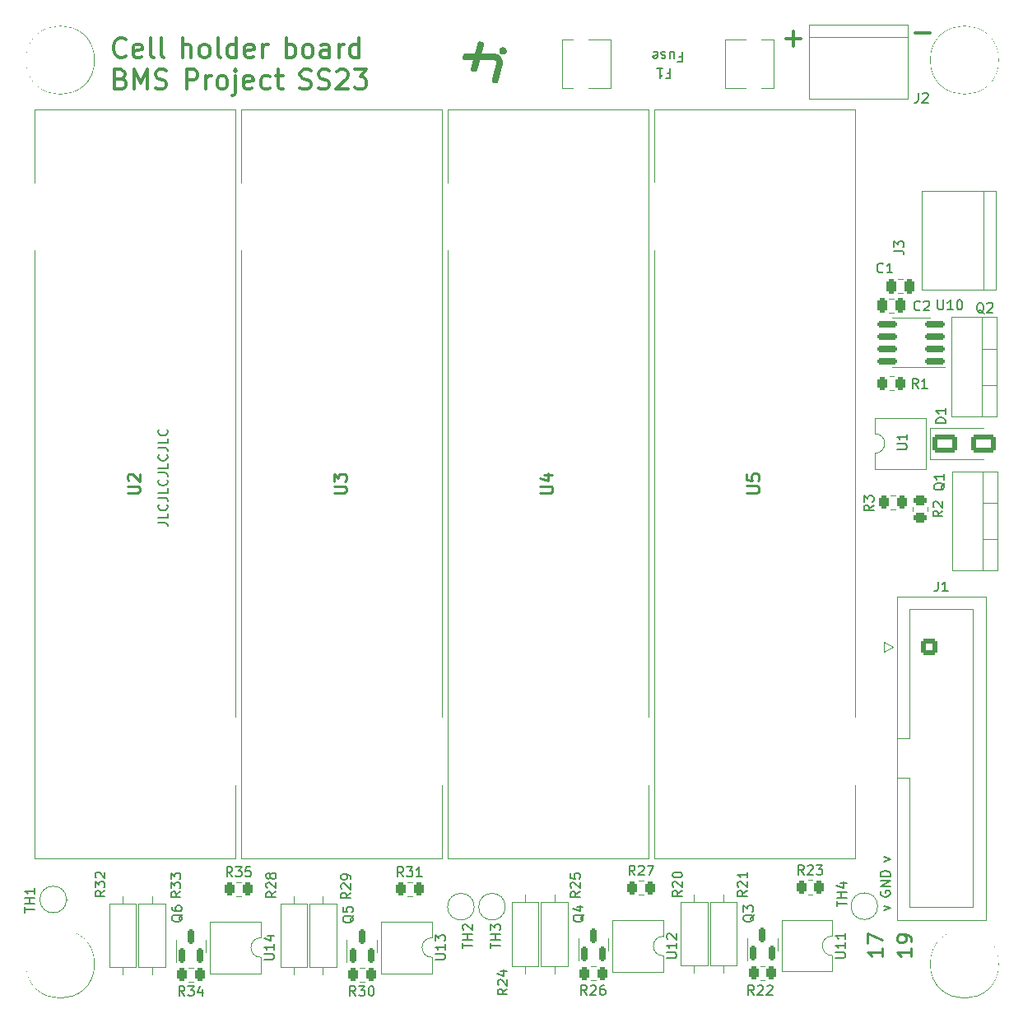
<source format=gto>
G04 #@! TF.GenerationSoftware,KiCad,Pcbnew,(7.0.0)*
G04 #@! TF.CreationDate,2023-05-12T10:50:57+02:00*
G04 #@! TF.ProjectId,Cell_holder_board,43656c6c-5f68-46f6-9c64-65725f626f61,rev?*
G04 #@! TF.SameCoordinates,Original*
G04 #@! TF.FileFunction,Legend,Top*
G04 #@! TF.FilePolarity,Positive*
%FSLAX46Y46*%
G04 Gerber Fmt 4.6, Leading zero omitted, Abs format (unit mm)*
G04 Created by KiCad (PCBNEW (7.0.0)) date 2023-05-12 10:50:57*
%MOMM*%
%LPD*%
G01*
G04 APERTURE LIST*
G04 Aperture macros list*
%AMRoundRect*
0 Rectangle with rounded corners*
0 $1 Rounding radius*
0 $2 $3 $4 $5 $6 $7 $8 $9 X,Y pos of 4 corners*
0 Add a 4 corners polygon primitive as box body*
4,1,4,$2,$3,$4,$5,$6,$7,$8,$9,$2,$3,0*
0 Add four circle primitives for the rounded corners*
1,1,$1+$1,$2,$3*
1,1,$1+$1,$4,$5*
1,1,$1+$1,$6,$7*
1,1,$1+$1,$8,$9*
0 Add four rect primitives between the rounded corners*
20,1,$1+$1,$2,$3,$4,$5,0*
20,1,$1+$1,$4,$5,$6,$7,0*
20,1,$1+$1,$6,$7,$8,$9,0*
20,1,$1+$1,$8,$9,$2,$3,0*%
G04 Aperture macros list end*
%ADD10C,0.300000*%
%ADD11C,0.150000*%
%ADD12C,0.254000*%
%ADD13C,0.250000*%
%ADD14C,0.120000*%
%ADD15C,0.100000*%
%ADD16C,0.010000*%
%ADD17R,1.600000X1.600000*%
%ADD18O,1.600000X1.600000*%
%ADD19RoundRect,0.250000X-0.262500X-0.450000X0.262500X-0.450000X0.262500X0.450000X-0.262500X0.450000X0*%
%ADD20RoundRect,0.150000X0.150000X-0.587500X0.150000X0.587500X-0.150000X0.587500X-0.150000X-0.587500X0*%
%ADD21C,1.600000*%
%ADD22C,7.000000*%
%ADD23RoundRect,0.250000X-1.000000X-0.650000X1.000000X-0.650000X1.000000X0.650000X-1.000000X0.650000X0*%
%ADD24R,2.000000X1.905000*%
%ADD25O,2.000000X1.905000*%
%ADD26R,3.000000X3.000000*%
%ADD27C,3.000000*%
%ADD28C,1.500000*%
%ADD29RoundRect,0.250000X0.250000X0.475000X-0.250000X0.475000X-0.250000X-0.475000X0.250000X-0.475000X0*%
%ADD30C,1.980000*%
%ADD31C,5.325000*%
%ADD32C,3.585000*%
%ADD33R,2.000000X3.000000*%
%ADD34RoundRect,0.250000X-0.600000X-0.600000X0.600000X-0.600000X0.600000X0.600000X-0.600000X0.600000X0*%
%ADD35C,1.700000*%
%ADD36RoundRect,0.150000X0.825000X0.150000X-0.825000X0.150000X-0.825000X-0.150000X0.825000X-0.150000X0*%
%ADD37RoundRect,0.250000X-0.450000X0.262500X-0.450000X-0.262500X0.450000X-0.262500X0.450000X0.262500X0*%
G04 APERTURE END LIST*
D10*
X61719047Y-62534285D02*
X61623809Y-62629523D01*
X61623809Y-62629523D02*
X61338095Y-62724761D01*
X61338095Y-62724761D02*
X61147619Y-62724761D01*
X61147619Y-62724761D02*
X60861904Y-62629523D01*
X60861904Y-62629523D02*
X60671428Y-62439047D01*
X60671428Y-62439047D02*
X60576190Y-62248571D01*
X60576190Y-62248571D02*
X60480952Y-61867619D01*
X60480952Y-61867619D02*
X60480952Y-61581904D01*
X60480952Y-61581904D02*
X60576190Y-61200952D01*
X60576190Y-61200952D02*
X60671428Y-61010476D01*
X60671428Y-61010476D02*
X60861904Y-60820000D01*
X60861904Y-60820000D02*
X61147619Y-60724761D01*
X61147619Y-60724761D02*
X61338095Y-60724761D01*
X61338095Y-60724761D02*
X61623809Y-60820000D01*
X61623809Y-60820000D02*
X61719047Y-60915238D01*
X63338095Y-62629523D02*
X63147619Y-62724761D01*
X63147619Y-62724761D02*
X62766666Y-62724761D01*
X62766666Y-62724761D02*
X62576190Y-62629523D01*
X62576190Y-62629523D02*
X62480952Y-62439047D01*
X62480952Y-62439047D02*
X62480952Y-61677142D01*
X62480952Y-61677142D02*
X62576190Y-61486666D01*
X62576190Y-61486666D02*
X62766666Y-61391428D01*
X62766666Y-61391428D02*
X63147619Y-61391428D01*
X63147619Y-61391428D02*
X63338095Y-61486666D01*
X63338095Y-61486666D02*
X63433333Y-61677142D01*
X63433333Y-61677142D02*
X63433333Y-61867619D01*
X63433333Y-61867619D02*
X62480952Y-62058095D01*
X64576190Y-62724761D02*
X64385714Y-62629523D01*
X64385714Y-62629523D02*
X64290476Y-62439047D01*
X64290476Y-62439047D02*
X64290476Y-60724761D01*
X65623809Y-62724761D02*
X65433333Y-62629523D01*
X65433333Y-62629523D02*
X65338095Y-62439047D01*
X65338095Y-62439047D02*
X65338095Y-60724761D01*
X67585714Y-62724761D02*
X67585714Y-60724761D01*
X68442857Y-62724761D02*
X68442857Y-61677142D01*
X68442857Y-61677142D02*
X68347619Y-61486666D01*
X68347619Y-61486666D02*
X68157143Y-61391428D01*
X68157143Y-61391428D02*
X67871428Y-61391428D01*
X67871428Y-61391428D02*
X67680952Y-61486666D01*
X67680952Y-61486666D02*
X67585714Y-61581904D01*
X69680952Y-62724761D02*
X69490476Y-62629523D01*
X69490476Y-62629523D02*
X69395238Y-62534285D01*
X69395238Y-62534285D02*
X69300000Y-62343809D01*
X69300000Y-62343809D02*
X69300000Y-61772380D01*
X69300000Y-61772380D02*
X69395238Y-61581904D01*
X69395238Y-61581904D02*
X69490476Y-61486666D01*
X69490476Y-61486666D02*
X69680952Y-61391428D01*
X69680952Y-61391428D02*
X69966667Y-61391428D01*
X69966667Y-61391428D02*
X70157143Y-61486666D01*
X70157143Y-61486666D02*
X70252381Y-61581904D01*
X70252381Y-61581904D02*
X70347619Y-61772380D01*
X70347619Y-61772380D02*
X70347619Y-62343809D01*
X70347619Y-62343809D02*
X70252381Y-62534285D01*
X70252381Y-62534285D02*
X70157143Y-62629523D01*
X70157143Y-62629523D02*
X69966667Y-62724761D01*
X69966667Y-62724761D02*
X69680952Y-62724761D01*
X71490476Y-62724761D02*
X71300000Y-62629523D01*
X71300000Y-62629523D02*
X71204762Y-62439047D01*
X71204762Y-62439047D02*
X71204762Y-60724761D01*
X73109524Y-62724761D02*
X73109524Y-60724761D01*
X73109524Y-62629523D02*
X72919048Y-62724761D01*
X72919048Y-62724761D02*
X72538095Y-62724761D01*
X72538095Y-62724761D02*
X72347619Y-62629523D01*
X72347619Y-62629523D02*
X72252381Y-62534285D01*
X72252381Y-62534285D02*
X72157143Y-62343809D01*
X72157143Y-62343809D02*
X72157143Y-61772380D01*
X72157143Y-61772380D02*
X72252381Y-61581904D01*
X72252381Y-61581904D02*
X72347619Y-61486666D01*
X72347619Y-61486666D02*
X72538095Y-61391428D01*
X72538095Y-61391428D02*
X72919048Y-61391428D01*
X72919048Y-61391428D02*
X73109524Y-61486666D01*
X74823810Y-62629523D02*
X74633334Y-62724761D01*
X74633334Y-62724761D02*
X74252381Y-62724761D01*
X74252381Y-62724761D02*
X74061905Y-62629523D01*
X74061905Y-62629523D02*
X73966667Y-62439047D01*
X73966667Y-62439047D02*
X73966667Y-61677142D01*
X73966667Y-61677142D02*
X74061905Y-61486666D01*
X74061905Y-61486666D02*
X74252381Y-61391428D01*
X74252381Y-61391428D02*
X74633334Y-61391428D01*
X74633334Y-61391428D02*
X74823810Y-61486666D01*
X74823810Y-61486666D02*
X74919048Y-61677142D01*
X74919048Y-61677142D02*
X74919048Y-61867619D01*
X74919048Y-61867619D02*
X73966667Y-62058095D01*
X75776191Y-62724761D02*
X75776191Y-61391428D01*
X75776191Y-61772380D02*
X75871429Y-61581904D01*
X75871429Y-61581904D02*
X75966667Y-61486666D01*
X75966667Y-61486666D02*
X76157143Y-61391428D01*
X76157143Y-61391428D02*
X76347620Y-61391428D01*
X78214286Y-62724761D02*
X78214286Y-60724761D01*
X78214286Y-61486666D02*
X78404762Y-61391428D01*
X78404762Y-61391428D02*
X78785715Y-61391428D01*
X78785715Y-61391428D02*
X78976191Y-61486666D01*
X78976191Y-61486666D02*
X79071429Y-61581904D01*
X79071429Y-61581904D02*
X79166667Y-61772380D01*
X79166667Y-61772380D02*
X79166667Y-62343809D01*
X79166667Y-62343809D02*
X79071429Y-62534285D01*
X79071429Y-62534285D02*
X78976191Y-62629523D01*
X78976191Y-62629523D02*
X78785715Y-62724761D01*
X78785715Y-62724761D02*
X78404762Y-62724761D01*
X78404762Y-62724761D02*
X78214286Y-62629523D01*
X80309524Y-62724761D02*
X80119048Y-62629523D01*
X80119048Y-62629523D02*
X80023810Y-62534285D01*
X80023810Y-62534285D02*
X79928572Y-62343809D01*
X79928572Y-62343809D02*
X79928572Y-61772380D01*
X79928572Y-61772380D02*
X80023810Y-61581904D01*
X80023810Y-61581904D02*
X80119048Y-61486666D01*
X80119048Y-61486666D02*
X80309524Y-61391428D01*
X80309524Y-61391428D02*
X80595239Y-61391428D01*
X80595239Y-61391428D02*
X80785715Y-61486666D01*
X80785715Y-61486666D02*
X80880953Y-61581904D01*
X80880953Y-61581904D02*
X80976191Y-61772380D01*
X80976191Y-61772380D02*
X80976191Y-62343809D01*
X80976191Y-62343809D02*
X80880953Y-62534285D01*
X80880953Y-62534285D02*
X80785715Y-62629523D01*
X80785715Y-62629523D02*
X80595239Y-62724761D01*
X80595239Y-62724761D02*
X80309524Y-62724761D01*
X82690477Y-62724761D02*
X82690477Y-61677142D01*
X82690477Y-61677142D02*
X82595239Y-61486666D01*
X82595239Y-61486666D02*
X82404763Y-61391428D01*
X82404763Y-61391428D02*
X82023810Y-61391428D01*
X82023810Y-61391428D02*
X81833334Y-61486666D01*
X82690477Y-62629523D02*
X82500001Y-62724761D01*
X82500001Y-62724761D02*
X82023810Y-62724761D01*
X82023810Y-62724761D02*
X81833334Y-62629523D01*
X81833334Y-62629523D02*
X81738096Y-62439047D01*
X81738096Y-62439047D02*
X81738096Y-62248571D01*
X81738096Y-62248571D02*
X81833334Y-62058095D01*
X81833334Y-62058095D02*
X82023810Y-61962857D01*
X82023810Y-61962857D02*
X82500001Y-61962857D01*
X82500001Y-61962857D02*
X82690477Y-61867619D01*
X83642858Y-62724761D02*
X83642858Y-61391428D01*
X83642858Y-61772380D02*
X83738096Y-61581904D01*
X83738096Y-61581904D02*
X83833334Y-61486666D01*
X83833334Y-61486666D02*
X84023810Y-61391428D01*
X84023810Y-61391428D02*
X84214287Y-61391428D01*
X85738096Y-62724761D02*
X85738096Y-60724761D01*
X85738096Y-62629523D02*
X85547620Y-62724761D01*
X85547620Y-62724761D02*
X85166667Y-62724761D01*
X85166667Y-62724761D02*
X84976191Y-62629523D01*
X84976191Y-62629523D02*
X84880953Y-62534285D01*
X84880953Y-62534285D02*
X84785715Y-62343809D01*
X84785715Y-62343809D02*
X84785715Y-61772380D01*
X84785715Y-61772380D02*
X84880953Y-61581904D01*
X84880953Y-61581904D02*
X84976191Y-61486666D01*
X84976191Y-61486666D02*
X85166667Y-61391428D01*
X85166667Y-61391428D02*
X85547620Y-61391428D01*
X85547620Y-61391428D02*
X85738096Y-61486666D01*
X61242857Y-64917142D02*
X61528571Y-65012380D01*
X61528571Y-65012380D02*
X61623809Y-65107619D01*
X61623809Y-65107619D02*
X61719047Y-65298095D01*
X61719047Y-65298095D02*
X61719047Y-65583809D01*
X61719047Y-65583809D02*
X61623809Y-65774285D01*
X61623809Y-65774285D02*
X61528571Y-65869523D01*
X61528571Y-65869523D02*
X61338095Y-65964761D01*
X61338095Y-65964761D02*
X60576190Y-65964761D01*
X60576190Y-65964761D02*
X60576190Y-63964761D01*
X60576190Y-63964761D02*
X61242857Y-63964761D01*
X61242857Y-63964761D02*
X61433333Y-64060000D01*
X61433333Y-64060000D02*
X61528571Y-64155238D01*
X61528571Y-64155238D02*
X61623809Y-64345714D01*
X61623809Y-64345714D02*
X61623809Y-64536190D01*
X61623809Y-64536190D02*
X61528571Y-64726666D01*
X61528571Y-64726666D02*
X61433333Y-64821904D01*
X61433333Y-64821904D02*
X61242857Y-64917142D01*
X61242857Y-64917142D02*
X60576190Y-64917142D01*
X62576190Y-65964761D02*
X62576190Y-63964761D01*
X62576190Y-63964761D02*
X63242857Y-65393333D01*
X63242857Y-65393333D02*
X63909523Y-63964761D01*
X63909523Y-63964761D02*
X63909523Y-65964761D01*
X64766666Y-65869523D02*
X65052380Y-65964761D01*
X65052380Y-65964761D02*
X65528571Y-65964761D01*
X65528571Y-65964761D02*
X65719047Y-65869523D01*
X65719047Y-65869523D02*
X65814285Y-65774285D01*
X65814285Y-65774285D02*
X65909523Y-65583809D01*
X65909523Y-65583809D02*
X65909523Y-65393333D01*
X65909523Y-65393333D02*
X65814285Y-65202857D01*
X65814285Y-65202857D02*
X65719047Y-65107619D01*
X65719047Y-65107619D02*
X65528571Y-65012380D01*
X65528571Y-65012380D02*
X65147618Y-64917142D01*
X65147618Y-64917142D02*
X64957142Y-64821904D01*
X64957142Y-64821904D02*
X64861904Y-64726666D01*
X64861904Y-64726666D02*
X64766666Y-64536190D01*
X64766666Y-64536190D02*
X64766666Y-64345714D01*
X64766666Y-64345714D02*
X64861904Y-64155238D01*
X64861904Y-64155238D02*
X64957142Y-64060000D01*
X64957142Y-64060000D02*
X65147618Y-63964761D01*
X65147618Y-63964761D02*
X65623809Y-63964761D01*
X65623809Y-63964761D02*
X65909523Y-64060000D01*
X67966666Y-65964761D02*
X67966666Y-63964761D01*
X67966666Y-63964761D02*
X68728571Y-63964761D01*
X68728571Y-63964761D02*
X68919047Y-64060000D01*
X68919047Y-64060000D02*
X69014285Y-64155238D01*
X69014285Y-64155238D02*
X69109523Y-64345714D01*
X69109523Y-64345714D02*
X69109523Y-64631428D01*
X69109523Y-64631428D02*
X69014285Y-64821904D01*
X69014285Y-64821904D02*
X68919047Y-64917142D01*
X68919047Y-64917142D02*
X68728571Y-65012380D01*
X68728571Y-65012380D02*
X67966666Y-65012380D01*
X69966666Y-65964761D02*
X69966666Y-64631428D01*
X69966666Y-65012380D02*
X70061904Y-64821904D01*
X70061904Y-64821904D02*
X70157142Y-64726666D01*
X70157142Y-64726666D02*
X70347618Y-64631428D01*
X70347618Y-64631428D02*
X70538095Y-64631428D01*
X71490475Y-65964761D02*
X71299999Y-65869523D01*
X71299999Y-65869523D02*
X71204761Y-65774285D01*
X71204761Y-65774285D02*
X71109523Y-65583809D01*
X71109523Y-65583809D02*
X71109523Y-65012380D01*
X71109523Y-65012380D02*
X71204761Y-64821904D01*
X71204761Y-64821904D02*
X71299999Y-64726666D01*
X71299999Y-64726666D02*
X71490475Y-64631428D01*
X71490475Y-64631428D02*
X71776190Y-64631428D01*
X71776190Y-64631428D02*
X71966666Y-64726666D01*
X71966666Y-64726666D02*
X72061904Y-64821904D01*
X72061904Y-64821904D02*
X72157142Y-65012380D01*
X72157142Y-65012380D02*
X72157142Y-65583809D01*
X72157142Y-65583809D02*
X72061904Y-65774285D01*
X72061904Y-65774285D02*
X71966666Y-65869523D01*
X71966666Y-65869523D02*
X71776190Y-65964761D01*
X71776190Y-65964761D02*
X71490475Y-65964761D01*
X73014285Y-64631428D02*
X73014285Y-66345714D01*
X73014285Y-66345714D02*
X72919047Y-66536190D01*
X72919047Y-66536190D02*
X72728571Y-66631428D01*
X72728571Y-66631428D02*
X72633333Y-66631428D01*
X73014285Y-63964761D02*
X72919047Y-64060000D01*
X72919047Y-64060000D02*
X73014285Y-64155238D01*
X73014285Y-64155238D02*
X73109523Y-64060000D01*
X73109523Y-64060000D02*
X73014285Y-63964761D01*
X73014285Y-63964761D02*
X73014285Y-64155238D01*
X74728571Y-65869523D02*
X74538095Y-65964761D01*
X74538095Y-65964761D02*
X74157142Y-65964761D01*
X74157142Y-65964761D02*
X73966666Y-65869523D01*
X73966666Y-65869523D02*
X73871428Y-65679047D01*
X73871428Y-65679047D02*
X73871428Y-64917142D01*
X73871428Y-64917142D02*
X73966666Y-64726666D01*
X73966666Y-64726666D02*
X74157142Y-64631428D01*
X74157142Y-64631428D02*
X74538095Y-64631428D01*
X74538095Y-64631428D02*
X74728571Y-64726666D01*
X74728571Y-64726666D02*
X74823809Y-64917142D01*
X74823809Y-64917142D02*
X74823809Y-65107619D01*
X74823809Y-65107619D02*
X73871428Y-65298095D01*
X76538095Y-65869523D02*
X76347619Y-65964761D01*
X76347619Y-65964761D02*
X75966666Y-65964761D01*
X75966666Y-65964761D02*
X75776190Y-65869523D01*
X75776190Y-65869523D02*
X75680952Y-65774285D01*
X75680952Y-65774285D02*
X75585714Y-65583809D01*
X75585714Y-65583809D02*
X75585714Y-65012380D01*
X75585714Y-65012380D02*
X75680952Y-64821904D01*
X75680952Y-64821904D02*
X75776190Y-64726666D01*
X75776190Y-64726666D02*
X75966666Y-64631428D01*
X75966666Y-64631428D02*
X76347619Y-64631428D01*
X76347619Y-64631428D02*
X76538095Y-64726666D01*
X77109524Y-64631428D02*
X77871428Y-64631428D01*
X77395238Y-63964761D02*
X77395238Y-65679047D01*
X77395238Y-65679047D02*
X77490476Y-65869523D01*
X77490476Y-65869523D02*
X77680952Y-65964761D01*
X77680952Y-65964761D02*
X77871428Y-65964761D01*
X79642857Y-65869523D02*
X79928571Y-65964761D01*
X79928571Y-65964761D02*
X80404762Y-65964761D01*
X80404762Y-65964761D02*
X80595238Y-65869523D01*
X80595238Y-65869523D02*
X80690476Y-65774285D01*
X80690476Y-65774285D02*
X80785714Y-65583809D01*
X80785714Y-65583809D02*
X80785714Y-65393333D01*
X80785714Y-65393333D02*
X80690476Y-65202857D01*
X80690476Y-65202857D02*
X80595238Y-65107619D01*
X80595238Y-65107619D02*
X80404762Y-65012380D01*
X80404762Y-65012380D02*
X80023809Y-64917142D01*
X80023809Y-64917142D02*
X79833333Y-64821904D01*
X79833333Y-64821904D02*
X79738095Y-64726666D01*
X79738095Y-64726666D02*
X79642857Y-64536190D01*
X79642857Y-64536190D02*
X79642857Y-64345714D01*
X79642857Y-64345714D02*
X79738095Y-64155238D01*
X79738095Y-64155238D02*
X79833333Y-64060000D01*
X79833333Y-64060000D02*
X80023809Y-63964761D01*
X80023809Y-63964761D02*
X80500000Y-63964761D01*
X80500000Y-63964761D02*
X80785714Y-64060000D01*
X81547619Y-65869523D02*
X81833333Y-65964761D01*
X81833333Y-65964761D02*
X82309524Y-65964761D01*
X82309524Y-65964761D02*
X82500000Y-65869523D01*
X82500000Y-65869523D02*
X82595238Y-65774285D01*
X82595238Y-65774285D02*
X82690476Y-65583809D01*
X82690476Y-65583809D02*
X82690476Y-65393333D01*
X82690476Y-65393333D02*
X82595238Y-65202857D01*
X82595238Y-65202857D02*
X82500000Y-65107619D01*
X82500000Y-65107619D02*
X82309524Y-65012380D01*
X82309524Y-65012380D02*
X81928571Y-64917142D01*
X81928571Y-64917142D02*
X81738095Y-64821904D01*
X81738095Y-64821904D02*
X81642857Y-64726666D01*
X81642857Y-64726666D02*
X81547619Y-64536190D01*
X81547619Y-64536190D02*
X81547619Y-64345714D01*
X81547619Y-64345714D02*
X81642857Y-64155238D01*
X81642857Y-64155238D02*
X81738095Y-64060000D01*
X81738095Y-64060000D02*
X81928571Y-63964761D01*
X81928571Y-63964761D02*
X82404762Y-63964761D01*
X82404762Y-63964761D02*
X82690476Y-64060000D01*
X83452381Y-64155238D02*
X83547619Y-64060000D01*
X83547619Y-64060000D02*
X83738095Y-63964761D01*
X83738095Y-63964761D02*
X84214286Y-63964761D01*
X84214286Y-63964761D02*
X84404762Y-64060000D01*
X84404762Y-64060000D02*
X84500000Y-64155238D01*
X84500000Y-64155238D02*
X84595238Y-64345714D01*
X84595238Y-64345714D02*
X84595238Y-64536190D01*
X84595238Y-64536190D02*
X84500000Y-64821904D01*
X84500000Y-64821904D02*
X83357143Y-65964761D01*
X83357143Y-65964761D02*
X84595238Y-65964761D01*
X85261905Y-63964761D02*
X86500000Y-63964761D01*
X86500000Y-63964761D02*
X85833333Y-64726666D01*
X85833333Y-64726666D02*
X86119048Y-64726666D01*
X86119048Y-64726666D02*
X86309524Y-64821904D01*
X86309524Y-64821904D02*
X86404762Y-64917142D01*
X86404762Y-64917142D02*
X86500000Y-65107619D01*
X86500000Y-65107619D02*
X86500000Y-65583809D01*
X86500000Y-65583809D02*
X86404762Y-65774285D01*
X86404762Y-65774285D02*
X86309524Y-65869523D01*
X86309524Y-65869523D02*
X86119048Y-65964761D01*
X86119048Y-65964761D02*
X85547619Y-65964761D01*
X85547619Y-65964761D02*
X85357143Y-65869523D01*
X85357143Y-65869523D02*
X85261905Y-65774285D01*
D11*
X139685714Y-150477142D02*
X140352380Y-150239047D01*
X140352380Y-150239047D02*
X139685714Y-150000952D01*
X139400000Y-148496190D02*
X139352380Y-148591428D01*
X139352380Y-148591428D02*
X139352380Y-148734285D01*
X139352380Y-148734285D02*
X139400000Y-148877142D01*
X139400000Y-148877142D02*
X139495238Y-148972380D01*
X139495238Y-148972380D02*
X139590476Y-149019999D01*
X139590476Y-149019999D02*
X139780952Y-149067618D01*
X139780952Y-149067618D02*
X139923809Y-149067618D01*
X139923809Y-149067618D02*
X140114285Y-149019999D01*
X140114285Y-149019999D02*
X140209523Y-148972380D01*
X140209523Y-148972380D02*
X140304761Y-148877142D01*
X140304761Y-148877142D02*
X140352380Y-148734285D01*
X140352380Y-148734285D02*
X140352380Y-148639047D01*
X140352380Y-148639047D02*
X140304761Y-148496190D01*
X140304761Y-148496190D02*
X140257142Y-148448571D01*
X140257142Y-148448571D02*
X139923809Y-148448571D01*
X139923809Y-148448571D02*
X139923809Y-148639047D01*
X140352380Y-148019999D02*
X139352380Y-148019999D01*
X139352380Y-148019999D02*
X140352380Y-147448571D01*
X140352380Y-147448571D02*
X139352380Y-147448571D01*
X140352380Y-146972380D02*
X139352380Y-146972380D01*
X139352380Y-146972380D02*
X139352380Y-146734285D01*
X139352380Y-146734285D02*
X139400000Y-146591428D01*
X139400000Y-146591428D02*
X139495238Y-146496190D01*
X139495238Y-146496190D02*
X139590476Y-146448571D01*
X139590476Y-146448571D02*
X139780952Y-146400952D01*
X139780952Y-146400952D02*
X139923809Y-146400952D01*
X139923809Y-146400952D02*
X140114285Y-146448571D01*
X140114285Y-146448571D02*
X140209523Y-146496190D01*
X140209523Y-146496190D02*
X140304761Y-146591428D01*
X140304761Y-146591428D02*
X140352380Y-146734285D01*
X140352380Y-146734285D02*
X140352380Y-146972380D01*
X139685714Y-145467618D02*
X140352380Y-145229523D01*
X140352380Y-145229523D02*
X139685714Y-144991428D01*
X65042380Y-110576190D02*
X65756666Y-110576190D01*
X65756666Y-110576190D02*
X65899523Y-110623809D01*
X65899523Y-110623809D02*
X65994761Y-110719047D01*
X65994761Y-110719047D02*
X66042380Y-110861904D01*
X66042380Y-110861904D02*
X66042380Y-110957142D01*
X66042380Y-109623809D02*
X66042380Y-110099999D01*
X66042380Y-110099999D02*
X65042380Y-110099999D01*
X65947142Y-108719047D02*
X65994761Y-108766666D01*
X65994761Y-108766666D02*
X66042380Y-108909523D01*
X66042380Y-108909523D02*
X66042380Y-109004761D01*
X66042380Y-109004761D02*
X65994761Y-109147618D01*
X65994761Y-109147618D02*
X65899523Y-109242856D01*
X65899523Y-109242856D02*
X65804285Y-109290475D01*
X65804285Y-109290475D02*
X65613809Y-109338094D01*
X65613809Y-109338094D02*
X65470952Y-109338094D01*
X65470952Y-109338094D02*
X65280476Y-109290475D01*
X65280476Y-109290475D02*
X65185238Y-109242856D01*
X65185238Y-109242856D02*
X65090000Y-109147618D01*
X65090000Y-109147618D02*
X65042380Y-109004761D01*
X65042380Y-109004761D02*
X65042380Y-108909523D01*
X65042380Y-108909523D02*
X65090000Y-108766666D01*
X65090000Y-108766666D02*
X65137619Y-108719047D01*
X65042380Y-108004761D02*
X65756666Y-108004761D01*
X65756666Y-108004761D02*
X65899523Y-108052380D01*
X65899523Y-108052380D02*
X65994761Y-108147618D01*
X65994761Y-108147618D02*
X66042380Y-108290475D01*
X66042380Y-108290475D02*
X66042380Y-108385713D01*
X66042380Y-107052380D02*
X66042380Y-107528570D01*
X66042380Y-107528570D02*
X65042380Y-107528570D01*
X65947142Y-106147618D02*
X65994761Y-106195237D01*
X65994761Y-106195237D02*
X66042380Y-106338094D01*
X66042380Y-106338094D02*
X66042380Y-106433332D01*
X66042380Y-106433332D02*
X65994761Y-106576189D01*
X65994761Y-106576189D02*
X65899523Y-106671427D01*
X65899523Y-106671427D02*
X65804285Y-106719046D01*
X65804285Y-106719046D02*
X65613809Y-106766665D01*
X65613809Y-106766665D02*
X65470952Y-106766665D01*
X65470952Y-106766665D02*
X65280476Y-106719046D01*
X65280476Y-106719046D02*
X65185238Y-106671427D01*
X65185238Y-106671427D02*
X65090000Y-106576189D01*
X65090000Y-106576189D02*
X65042380Y-106433332D01*
X65042380Y-106433332D02*
X65042380Y-106338094D01*
X65042380Y-106338094D02*
X65090000Y-106195237D01*
X65090000Y-106195237D02*
X65137619Y-106147618D01*
X65042380Y-105433332D02*
X65756666Y-105433332D01*
X65756666Y-105433332D02*
X65899523Y-105480951D01*
X65899523Y-105480951D02*
X65994761Y-105576189D01*
X65994761Y-105576189D02*
X66042380Y-105719046D01*
X66042380Y-105719046D02*
X66042380Y-105814284D01*
X66042380Y-104480951D02*
X66042380Y-104957141D01*
X66042380Y-104957141D02*
X65042380Y-104957141D01*
X65947142Y-103576189D02*
X65994761Y-103623808D01*
X65994761Y-103623808D02*
X66042380Y-103766665D01*
X66042380Y-103766665D02*
X66042380Y-103861903D01*
X66042380Y-103861903D02*
X65994761Y-104004760D01*
X65994761Y-104004760D02*
X65899523Y-104099998D01*
X65899523Y-104099998D02*
X65804285Y-104147617D01*
X65804285Y-104147617D02*
X65613809Y-104195236D01*
X65613809Y-104195236D02*
X65470952Y-104195236D01*
X65470952Y-104195236D02*
X65280476Y-104147617D01*
X65280476Y-104147617D02*
X65185238Y-104099998D01*
X65185238Y-104099998D02*
X65090000Y-104004760D01*
X65090000Y-104004760D02*
X65042380Y-103861903D01*
X65042380Y-103861903D02*
X65042380Y-103766665D01*
X65042380Y-103766665D02*
X65090000Y-103623808D01*
X65090000Y-103623808D02*
X65137619Y-103576189D01*
X65042380Y-102861903D02*
X65756666Y-102861903D01*
X65756666Y-102861903D02*
X65899523Y-102909522D01*
X65899523Y-102909522D02*
X65994761Y-103004760D01*
X65994761Y-103004760D02*
X66042380Y-103147617D01*
X66042380Y-103147617D02*
X66042380Y-103242855D01*
X66042380Y-101909522D02*
X66042380Y-102385712D01*
X66042380Y-102385712D02*
X65042380Y-102385712D01*
X65947142Y-101004760D02*
X65994761Y-101052379D01*
X65994761Y-101052379D02*
X66042380Y-101195236D01*
X66042380Y-101195236D02*
X66042380Y-101290474D01*
X66042380Y-101290474D02*
X65994761Y-101433331D01*
X65994761Y-101433331D02*
X65899523Y-101528569D01*
X65899523Y-101528569D02*
X65804285Y-101576188D01*
X65804285Y-101576188D02*
X65613809Y-101623807D01*
X65613809Y-101623807D02*
X65470952Y-101623807D01*
X65470952Y-101623807D02*
X65280476Y-101576188D01*
X65280476Y-101576188D02*
X65185238Y-101528569D01*
X65185238Y-101528569D02*
X65090000Y-101433331D01*
X65090000Y-101433331D02*
X65042380Y-101290474D01*
X65042380Y-101290474D02*
X65042380Y-101195236D01*
X65042380Y-101195236D02*
X65090000Y-101052379D01*
X65090000Y-101052379D02*
X65137619Y-101004760D01*
D10*
X142976190Y-60202857D02*
X144500000Y-60202857D01*
X129676190Y-60802857D02*
X131200000Y-60802857D01*
X130438095Y-61564761D02*
X130438095Y-60040952D01*
D11*
X117372380Y-155378094D02*
X118181904Y-155378094D01*
X118181904Y-155378094D02*
X118277142Y-155330475D01*
X118277142Y-155330475D02*
X118324761Y-155282856D01*
X118324761Y-155282856D02*
X118372380Y-155187618D01*
X118372380Y-155187618D02*
X118372380Y-154997142D01*
X118372380Y-154997142D02*
X118324761Y-154901904D01*
X118324761Y-154901904D02*
X118277142Y-154854285D01*
X118277142Y-154854285D02*
X118181904Y-154806666D01*
X118181904Y-154806666D02*
X117372380Y-154806666D01*
X118372380Y-153806666D02*
X118372380Y-154378094D01*
X118372380Y-154092380D02*
X117372380Y-154092380D01*
X117372380Y-154092380D02*
X117515238Y-154187618D01*
X117515238Y-154187618D02*
X117610476Y-154282856D01*
X117610476Y-154282856D02*
X117658095Y-154378094D01*
X117467619Y-153425713D02*
X117420000Y-153378094D01*
X117420000Y-153378094D02*
X117372380Y-153282856D01*
X117372380Y-153282856D02*
X117372380Y-153044761D01*
X117372380Y-153044761D02*
X117420000Y-152949523D01*
X117420000Y-152949523D02*
X117467619Y-152901904D01*
X117467619Y-152901904D02*
X117562857Y-152854285D01*
X117562857Y-152854285D02*
X117658095Y-152854285D01*
X117658095Y-152854285D02*
X117800952Y-152901904D01*
X117800952Y-152901904D02*
X118372380Y-153473332D01*
X118372380Y-153473332D02*
X118372380Y-152854285D01*
X131482142Y-146817380D02*
X131148809Y-146341190D01*
X130910714Y-146817380D02*
X130910714Y-145817380D01*
X130910714Y-145817380D02*
X131291666Y-145817380D01*
X131291666Y-145817380D02*
X131386904Y-145865000D01*
X131386904Y-145865000D02*
X131434523Y-145912619D01*
X131434523Y-145912619D02*
X131482142Y-146007857D01*
X131482142Y-146007857D02*
X131482142Y-146150714D01*
X131482142Y-146150714D02*
X131434523Y-146245952D01*
X131434523Y-146245952D02*
X131386904Y-146293571D01*
X131386904Y-146293571D02*
X131291666Y-146341190D01*
X131291666Y-146341190D02*
X130910714Y-146341190D01*
X131863095Y-145912619D02*
X131910714Y-145865000D01*
X131910714Y-145865000D02*
X132005952Y-145817380D01*
X132005952Y-145817380D02*
X132244047Y-145817380D01*
X132244047Y-145817380D02*
X132339285Y-145865000D01*
X132339285Y-145865000D02*
X132386904Y-145912619D01*
X132386904Y-145912619D02*
X132434523Y-146007857D01*
X132434523Y-146007857D02*
X132434523Y-146103095D01*
X132434523Y-146103095D02*
X132386904Y-146245952D01*
X132386904Y-146245952D02*
X131815476Y-146817380D01*
X131815476Y-146817380D02*
X132434523Y-146817380D01*
X132767857Y-145817380D02*
X133386904Y-145817380D01*
X133386904Y-145817380D02*
X133053571Y-146198333D01*
X133053571Y-146198333D02*
X133196428Y-146198333D01*
X133196428Y-146198333D02*
X133291666Y-146245952D01*
X133291666Y-146245952D02*
X133339285Y-146293571D01*
X133339285Y-146293571D02*
X133386904Y-146388809D01*
X133386904Y-146388809D02*
X133386904Y-146626904D01*
X133386904Y-146626904D02*
X133339285Y-146722142D01*
X133339285Y-146722142D02*
X133291666Y-146769761D01*
X133291666Y-146769761D02*
X133196428Y-146817380D01*
X133196428Y-146817380D02*
X132910714Y-146817380D01*
X132910714Y-146817380D02*
X132815476Y-146769761D01*
X132815476Y-146769761D02*
X132767857Y-146722142D01*
X85162619Y-150995238D02*
X85115000Y-151090476D01*
X85115000Y-151090476D02*
X85019761Y-151185714D01*
X85019761Y-151185714D02*
X84876904Y-151328571D01*
X84876904Y-151328571D02*
X84829285Y-151423809D01*
X84829285Y-151423809D02*
X84829285Y-151519047D01*
X85067380Y-151471428D02*
X85019761Y-151566666D01*
X85019761Y-151566666D02*
X84924523Y-151661904D01*
X84924523Y-151661904D02*
X84734047Y-151709523D01*
X84734047Y-151709523D02*
X84400714Y-151709523D01*
X84400714Y-151709523D02*
X84210238Y-151661904D01*
X84210238Y-151661904D02*
X84115000Y-151566666D01*
X84115000Y-151566666D02*
X84067380Y-151471428D01*
X84067380Y-151471428D02*
X84067380Y-151280952D01*
X84067380Y-151280952D02*
X84115000Y-151185714D01*
X84115000Y-151185714D02*
X84210238Y-151090476D01*
X84210238Y-151090476D02*
X84400714Y-151042857D01*
X84400714Y-151042857D02*
X84734047Y-151042857D01*
X84734047Y-151042857D02*
X84924523Y-151090476D01*
X84924523Y-151090476D02*
X85019761Y-151185714D01*
X85019761Y-151185714D02*
X85067380Y-151280952D01*
X85067380Y-151280952D02*
X85067380Y-151471428D01*
X84067380Y-150138095D02*
X84067380Y-150614285D01*
X84067380Y-150614285D02*
X84543571Y-150661904D01*
X84543571Y-150661904D02*
X84495952Y-150614285D01*
X84495952Y-150614285D02*
X84448333Y-150519047D01*
X84448333Y-150519047D02*
X84448333Y-150280952D01*
X84448333Y-150280952D02*
X84495952Y-150185714D01*
X84495952Y-150185714D02*
X84543571Y-150138095D01*
X84543571Y-150138095D02*
X84638809Y-150090476D01*
X84638809Y-150090476D02*
X84876904Y-150090476D01*
X84876904Y-150090476D02*
X84972142Y-150138095D01*
X84972142Y-150138095D02*
X85019761Y-150185714D01*
X85019761Y-150185714D02*
X85067380Y-150280952D01*
X85067380Y-150280952D02*
X85067380Y-150519047D01*
X85067380Y-150519047D02*
X85019761Y-150614285D01*
X85019761Y-150614285D02*
X84972142Y-150661904D01*
X96367380Y-154385713D02*
X96367380Y-153814285D01*
X97367380Y-154099999D02*
X96367380Y-154099999D01*
X97367380Y-153480951D02*
X96367380Y-153480951D01*
X96843571Y-153480951D02*
X96843571Y-152909523D01*
X97367380Y-152909523D02*
X96367380Y-152909523D01*
X96462619Y-152480951D02*
X96415000Y-152433332D01*
X96415000Y-152433332D02*
X96367380Y-152338094D01*
X96367380Y-152338094D02*
X96367380Y-152099999D01*
X96367380Y-152099999D02*
X96415000Y-152004761D01*
X96415000Y-152004761D02*
X96462619Y-151957142D01*
X96462619Y-151957142D02*
X96557857Y-151909523D01*
X96557857Y-151909523D02*
X96653095Y-151909523D01*
X96653095Y-151909523D02*
X96795952Y-151957142D01*
X96795952Y-151957142D02*
X97367380Y-152528570D01*
X97367380Y-152528570D02*
X97367380Y-151909523D01*
X134867380Y-150055713D02*
X134867380Y-149484285D01*
X135867380Y-149769999D02*
X134867380Y-149769999D01*
X135867380Y-149150951D02*
X134867380Y-149150951D01*
X135343571Y-149150951D02*
X135343571Y-148579523D01*
X135867380Y-148579523D02*
X134867380Y-148579523D01*
X135200714Y-147674761D02*
X135867380Y-147674761D01*
X134819761Y-147912856D02*
X135534047Y-148150951D01*
X135534047Y-148150951D02*
X135534047Y-147531904D01*
X146067380Y-100338094D02*
X145067380Y-100338094D01*
X145067380Y-100338094D02*
X145067380Y-100099999D01*
X145067380Y-100099999D02*
X145115000Y-99957142D01*
X145115000Y-99957142D02*
X145210238Y-99861904D01*
X145210238Y-99861904D02*
X145305476Y-99814285D01*
X145305476Y-99814285D02*
X145495952Y-99766666D01*
X145495952Y-99766666D02*
X145638809Y-99766666D01*
X145638809Y-99766666D02*
X145829285Y-99814285D01*
X145829285Y-99814285D02*
X145924523Y-99861904D01*
X145924523Y-99861904D02*
X146019761Y-99957142D01*
X146019761Y-99957142D02*
X146067380Y-100099999D01*
X146067380Y-100099999D02*
X146067380Y-100338094D01*
X146067380Y-98814285D02*
X146067380Y-99385713D01*
X146067380Y-99099999D02*
X145067380Y-99099999D01*
X145067380Y-99099999D02*
X145210238Y-99195237D01*
X145210238Y-99195237D02*
X145305476Y-99290475D01*
X145305476Y-99290475D02*
X145353095Y-99385713D01*
X114092142Y-146847380D02*
X113758809Y-146371190D01*
X113520714Y-146847380D02*
X113520714Y-145847380D01*
X113520714Y-145847380D02*
X113901666Y-145847380D01*
X113901666Y-145847380D02*
X113996904Y-145895000D01*
X113996904Y-145895000D02*
X114044523Y-145942619D01*
X114044523Y-145942619D02*
X114092142Y-146037857D01*
X114092142Y-146037857D02*
X114092142Y-146180714D01*
X114092142Y-146180714D02*
X114044523Y-146275952D01*
X114044523Y-146275952D02*
X113996904Y-146323571D01*
X113996904Y-146323571D02*
X113901666Y-146371190D01*
X113901666Y-146371190D02*
X113520714Y-146371190D01*
X114473095Y-145942619D02*
X114520714Y-145895000D01*
X114520714Y-145895000D02*
X114615952Y-145847380D01*
X114615952Y-145847380D02*
X114854047Y-145847380D01*
X114854047Y-145847380D02*
X114949285Y-145895000D01*
X114949285Y-145895000D02*
X114996904Y-145942619D01*
X114996904Y-145942619D02*
X115044523Y-146037857D01*
X115044523Y-146037857D02*
X115044523Y-146133095D01*
X115044523Y-146133095D02*
X114996904Y-146275952D01*
X114996904Y-146275952D02*
X114425476Y-146847380D01*
X114425476Y-146847380D02*
X115044523Y-146847380D01*
X115377857Y-145847380D02*
X116044523Y-145847380D01*
X116044523Y-145847380D02*
X115615952Y-146847380D01*
X145962619Y-106495238D02*
X145915000Y-106590476D01*
X145915000Y-106590476D02*
X145819761Y-106685714D01*
X145819761Y-106685714D02*
X145676904Y-106828571D01*
X145676904Y-106828571D02*
X145629285Y-106923809D01*
X145629285Y-106923809D02*
X145629285Y-107019047D01*
X145867380Y-106971428D02*
X145819761Y-107066666D01*
X145819761Y-107066666D02*
X145724523Y-107161904D01*
X145724523Y-107161904D02*
X145534047Y-107209523D01*
X145534047Y-107209523D02*
X145200714Y-107209523D01*
X145200714Y-107209523D02*
X145010238Y-107161904D01*
X145010238Y-107161904D02*
X144915000Y-107066666D01*
X144915000Y-107066666D02*
X144867380Y-106971428D01*
X144867380Y-106971428D02*
X144867380Y-106780952D01*
X144867380Y-106780952D02*
X144915000Y-106685714D01*
X144915000Y-106685714D02*
X145010238Y-106590476D01*
X145010238Y-106590476D02*
X145200714Y-106542857D01*
X145200714Y-106542857D02*
X145534047Y-106542857D01*
X145534047Y-106542857D02*
X145724523Y-106590476D01*
X145724523Y-106590476D02*
X145819761Y-106685714D01*
X145819761Y-106685714D02*
X145867380Y-106780952D01*
X145867380Y-106780952D02*
X145867380Y-106971428D01*
X145867380Y-105590476D02*
X145867380Y-106161904D01*
X145867380Y-105876190D02*
X144867380Y-105876190D01*
X144867380Y-105876190D02*
X145010238Y-105971428D01*
X145010238Y-105971428D02*
X145105476Y-106066666D01*
X145105476Y-106066666D02*
X145153095Y-106161904D01*
X118967380Y-148442857D02*
X118491190Y-148776190D01*
X118967380Y-149014285D02*
X117967380Y-149014285D01*
X117967380Y-149014285D02*
X117967380Y-148633333D01*
X117967380Y-148633333D02*
X118015000Y-148538095D01*
X118015000Y-148538095D02*
X118062619Y-148490476D01*
X118062619Y-148490476D02*
X118157857Y-148442857D01*
X118157857Y-148442857D02*
X118300714Y-148442857D01*
X118300714Y-148442857D02*
X118395952Y-148490476D01*
X118395952Y-148490476D02*
X118443571Y-148538095D01*
X118443571Y-148538095D02*
X118491190Y-148633333D01*
X118491190Y-148633333D02*
X118491190Y-149014285D01*
X118062619Y-148061904D02*
X118015000Y-148014285D01*
X118015000Y-148014285D02*
X117967380Y-147919047D01*
X117967380Y-147919047D02*
X117967380Y-147680952D01*
X117967380Y-147680952D02*
X118015000Y-147585714D01*
X118015000Y-147585714D02*
X118062619Y-147538095D01*
X118062619Y-147538095D02*
X118157857Y-147490476D01*
X118157857Y-147490476D02*
X118253095Y-147490476D01*
X118253095Y-147490476D02*
X118395952Y-147538095D01*
X118395952Y-147538095D02*
X118967380Y-148109523D01*
X118967380Y-148109523D02*
X118967380Y-147490476D01*
X117967380Y-146871428D02*
X117967380Y-146776190D01*
X117967380Y-146776190D02*
X118015000Y-146680952D01*
X118015000Y-146680952D02*
X118062619Y-146633333D01*
X118062619Y-146633333D02*
X118157857Y-146585714D01*
X118157857Y-146585714D02*
X118348333Y-146538095D01*
X118348333Y-146538095D02*
X118586428Y-146538095D01*
X118586428Y-146538095D02*
X118776904Y-146585714D01*
X118776904Y-146585714D02*
X118872142Y-146633333D01*
X118872142Y-146633333D02*
X118919761Y-146680952D01*
X118919761Y-146680952D02*
X118967380Y-146776190D01*
X118967380Y-146776190D02*
X118967380Y-146871428D01*
X118967380Y-146871428D02*
X118919761Y-146966666D01*
X118919761Y-146966666D02*
X118872142Y-147014285D01*
X118872142Y-147014285D02*
X118776904Y-147061904D01*
X118776904Y-147061904D02*
X118586428Y-147109523D01*
X118586428Y-147109523D02*
X118348333Y-147109523D01*
X118348333Y-147109523D02*
X118157857Y-147061904D01*
X118157857Y-147061904D02*
X118062619Y-147014285D01*
X118062619Y-147014285D02*
X118015000Y-146966666D01*
X118015000Y-146966666D02*
X117967380Y-146871428D01*
X143233333Y-96767380D02*
X142900000Y-96291190D01*
X142661905Y-96767380D02*
X142661905Y-95767380D01*
X142661905Y-95767380D02*
X143042857Y-95767380D01*
X143042857Y-95767380D02*
X143138095Y-95815000D01*
X143138095Y-95815000D02*
X143185714Y-95862619D01*
X143185714Y-95862619D02*
X143233333Y-95957857D01*
X143233333Y-95957857D02*
X143233333Y-96100714D01*
X143233333Y-96100714D02*
X143185714Y-96195952D01*
X143185714Y-96195952D02*
X143138095Y-96243571D01*
X143138095Y-96243571D02*
X143042857Y-96291190D01*
X143042857Y-96291190D02*
X142661905Y-96291190D01*
X144185714Y-96767380D02*
X143614286Y-96767380D01*
X143900000Y-96767380D02*
X143900000Y-95767380D01*
X143900000Y-95767380D02*
X143804762Y-95910238D01*
X143804762Y-95910238D02*
X143709524Y-96005476D01*
X143709524Y-96005476D02*
X143614286Y-96053095D01*
X140767380Y-82633333D02*
X141481666Y-82633333D01*
X141481666Y-82633333D02*
X141624523Y-82680952D01*
X141624523Y-82680952D02*
X141719761Y-82776190D01*
X141719761Y-82776190D02*
X141767380Y-82919047D01*
X141767380Y-82919047D02*
X141767380Y-83014285D01*
X140767380Y-82252380D02*
X140767380Y-81633333D01*
X140767380Y-81633333D02*
X141148333Y-81966666D01*
X141148333Y-81966666D02*
X141148333Y-81823809D01*
X141148333Y-81823809D02*
X141195952Y-81728571D01*
X141195952Y-81728571D02*
X141243571Y-81680952D01*
X141243571Y-81680952D02*
X141338809Y-81633333D01*
X141338809Y-81633333D02*
X141576904Y-81633333D01*
X141576904Y-81633333D02*
X141672142Y-81680952D01*
X141672142Y-81680952D02*
X141719761Y-81728571D01*
X141719761Y-81728571D02*
X141767380Y-81823809D01*
X141767380Y-81823809D02*
X141767380Y-82109523D01*
X141767380Y-82109523D02*
X141719761Y-82204761D01*
X141719761Y-82204761D02*
X141672142Y-82252380D01*
X126357142Y-159167380D02*
X126023809Y-158691190D01*
X125785714Y-159167380D02*
X125785714Y-158167380D01*
X125785714Y-158167380D02*
X126166666Y-158167380D01*
X126166666Y-158167380D02*
X126261904Y-158215000D01*
X126261904Y-158215000D02*
X126309523Y-158262619D01*
X126309523Y-158262619D02*
X126357142Y-158357857D01*
X126357142Y-158357857D02*
X126357142Y-158500714D01*
X126357142Y-158500714D02*
X126309523Y-158595952D01*
X126309523Y-158595952D02*
X126261904Y-158643571D01*
X126261904Y-158643571D02*
X126166666Y-158691190D01*
X126166666Y-158691190D02*
X125785714Y-158691190D01*
X126738095Y-158262619D02*
X126785714Y-158215000D01*
X126785714Y-158215000D02*
X126880952Y-158167380D01*
X126880952Y-158167380D02*
X127119047Y-158167380D01*
X127119047Y-158167380D02*
X127214285Y-158215000D01*
X127214285Y-158215000D02*
X127261904Y-158262619D01*
X127261904Y-158262619D02*
X127309523Y-158357857D01*
X127309523Y-158357857D02*
X127309523Y-158453095D01*
X127309523Y-158453095D02*
X127261904Y-158595952D01*
X127261904Y-158595952D02*
X126690476Y-159167380D01*
X126690476Y-159167380D02*
X127309523Y-159167380D01*
X127690476Y-158262619D02*
X127738095Y-158215000D01*
X127738095Y-158215000D02*
X127833333Y-158167380D01*
X127833333Y-158167380D02*
X128071428Y-158167380D01*
X128071428Y-158167380D02*
X128166666Y-158215000D01*
X128166666Y-158215000D02*
X128214285Y-158262619D01*
X128214285Y-158262619D02*
X128261904Y-158357857D01*
X128261904Y-158357857D02*
X128261904Y-158453095D01*
X128261904Y-158453095D02*
X128214285Y-158595952D01*
X128214285Y-158595952D02*
X127642857Y-159167380D01*
X127642857Y-159167380D02*
X128261904Y-159167380D01*
X117408333Y-64356428D02*
X117741666Y-64356428D01*
X117741666Y-63832619D02*
X117741666Y-64832619D01*
X117741666Y-64832619D02*
X117265476Y-64832619D01*
X116360714Y-63832619D02*
X116932142Y-63832619D01*
X116646428Y-63832619D02*
X116646428Y-64832619D01*
X116646428Y-64832619D02*
X116741666Y-64689761D01*
X116741666Y-64689761D02*
X116836904Y-64594523D01*
X116836904Y-64594523D02*
X116932142Y-64546904D01*
X118617857Y-62656428D02*
X118951190Y-62656428D01*
X118951190Y-62132619D02*
X118951190Y-63132619D01*
X118951190Y-63132619D02*
X118475000Y-63132619D01*
X117665476Y-62799285D02*
X117665476Y-62132619D01*
X118094047Y-62799285D02*
X118094047Y-62275476D01*
X118094047Y-62275476D02*
X118046428Y-62180238D01*
X118046428Y-62180238D02*
X117951190Y-62132619D01*
X117951190Y-62132619D02*
X117808333Y-62132619D01*
X117808333Y-62132619D02*
X117713095Y-62180238D01*
X117713095Y-62180238D02*
X117665476Y-62227857D01*
X117236904Y-62180238D02*
X117141666Y-62132619D01*
X117141666Y-62132619D02*
X116951190Y-62132619D01*
X116951190Y-62132619D02*
X116855952Y-62180238D01*
X116855952Y-62180238D02*
X116808333Y-62275476D01*
X116808333Y-62275476D02*
X116808333Y-62323095D01*
X116808333Y-62323095D02*
X116855952Y-62418333D01*
X116855952Y-62418333D02*
X116951190Y-62465952D01*
X116951190Y-62465952D02*
X117094047Y-62465952D01*
X117094047Y-62465952D02*
X117189285Y-62513571D01*
X117189285Y-62513571D02*
X117236904Y-62608809D01*
X117236904Y-62608809D02*
X117236904Y-62656428D01*
X117236904Y-62656428D02*
X117189285Y-62751666D01*
X117189285Y-62751666D02*
X117094047Y-62799285D01*
X117094047Y-62799285D02*
X116951190Y-62799285D01*
X116951190Y-62799285D02*
X116855952Y-62751666D01*
X115998809Y-62180238D02*
X116094047Y-62132619D01*
X116094047Y-62132619D02*
X116284523Y-62132619D01*
X116284523Y-62132619D02*
X116379761Y-62180238D01*
X116379761Y-62180238D02*
X116427380Y-62275476D01*
X116427380Y-62275476D02*
X116427380Y-62656428D01*
X116427380Y-62656428D02*
X116379761Y-62751666D01*
X116379761Y-62751666D02*
X116284523Y-62799285D01*
X116284523Y-62799285D02*
X116094047Y-62799285D01*
X116094047Y-62799285D02*
X115998809Y-62751666D01*
X115998809Y-62751666D02*
X115951190Y-62656428D01*
X115951190Y-62656428D02*
X115951190Y-62561190D01*
X115951190Y-62561190D02*
X116427380Y-62465952D01*
X139633333Y-84772142D02*
X139585714Y-84819761D01*
X139585714Y-84819761D02*
X139442857Y-84867380D01*
X139442857Y-84867380D02*
X139347619Y-84867380D01*
X139347619Y-84867380D02*
X139204762Y-84819761D01*
X139204762Y-84819761D02*
X139109524Y-84724523D01*
X139109524Y-84724523D02*
X139061905Y-84629285D01*
X139061905Y-84629285D02*
X139014286Y-84438809D01*
X139014286Y-84438809D02*
X139014286Y-84295952D01*
X139014286Y-84295952D02*
X139061905Y-84105476D01*
X139061905Y-84105476D02*
X139109524Y-84010238D01*
X139109524Y-84010238D02*
X139204762Y-83915000D01*
X139204762Y-83915000D02*
X139347619Y-83867380D01*
X139347619Y-83867380D02*
X139442857Y-83867380D01*
X139442857Y-83867380D02*
X139585714Y-83915000D01*
X139585714Y-83915000D02*
X139633333Y-83962619D01*
X140585714Y-84867380D02*
X140014286Y-84867380D01*
X140300000Y-84867380D02*
X140300000Y-83867380D01*
X140300000Y-83867380D02*
X140204762Y-84010238D01*
X140204762Y-84010238D02*
X140109524Y-84105476D01*
X140109524Y-84105476D02*
X140014286Y-84153095D01*
D12*
X104363239Y-107537619D02*
X105391335Y-107537619D01*
X105391335Y-107537619D02*
X105512287Y-107477142D01*
X105512287Y-107477142D02*
X105572763Y-107416666D01*
X105572763Y-107416666D02*
X105633239Y-107295714D01*
X105633239Y-107295714D02*
X105633239Y-107053809D01*
X105633239Y-107053809D02*
X105572763Y-106932857D01*
X105572763Y-106932857D02*
X105512287Y-106872380D01*
X105512287Y-106872380D02*
X105391335Y-106811904D01*
X105391335Y-106811904D02*
X104363239Y-106811904D01*
X104786573Y-105662857D02*
X105633239Y-105662857D01*
X104302763Y-105965238D02*
X105209906Y-106267619D01*
X105209906Y-106267619D02*
X105209906Y-105481428D01*
D11*
X51367380Y-150685713D02*
X51367380Y-150114285D01*
X52367380Y-150399999D02*
X51367380Y-150399999D01*
X52367380Y-149780951D02*
X51367380Y-149780951D01*
X51843571Y-149780951D02*
X51843571Y-149209523D01*
X52367380Y-149209523D02*
X51367380Y-149209523D01*
X52367380Y-148209523D02*
X52367380Y-148780951D01*
X52367380Y-148495237D02*
X51367380Y-148495237D01*
X51367380Y-148495237D02*
X51510238Y-148590475D01*
X51510238Y-148590475D02*
X51605476Y-148685713D01*
X51605476Y-148685713D02*
X51653095Y-148780951D01*
D13*
X142551071Y-154357142D02*
X142551071Y-155214285D01*
X142551071Y-154785714D02*
X141051071Y-154785714D01*
X141051071Y-154785714D02*
X141265357Y-154928571D01*
X141265357Y-154928571D02*
X141408214Y-155071428D01*
X141408214Y-155071428D02*
X141479642Y-155214285D01*
X142551071Y-153642857D02*
X142551071Y-153357143D01*
X142551071Y-153357143D02*
X142479642Y-153214286D01*
X142479642Y-153214286D02*
X142408214Y-153142857D01*
X142408214Y-153142857D02*
X142193928Y-153000000D01*
X142193928Y-153000000D02*
X141908214Y-152928571D01*
X141908214Y-152928571D02*
X141336785Y-152928571D01*
X141336785Y-152928571D02*
X141193928Y-153000000D01*
X141193928Y-153000000D02*
X141122500Y-153071429D01*
X141122500Y-153071429D02*
X141051071Y-153214286D01*
X141051071Y-153214286D02*
X141051071Y-153500000D01*
X141051071Y-153500000D02*
X141122500Y-153642857D01*
X141122500Y-153642857D02*
X141193928Y-153714286D01*
X141193928Y-153714286D02*
X141336785Y-153785714D01*
X141336785Y-153785714D02*
X141693928Y-153785714D01*
X141693928Y-153785714D02*
X141836785Y-153714286D01*
X141836785Y-153714286D02*
X141908214Y-153642857D01*
X141908214Y-153642857D02*
X141979642Y-153500000D01*
X141979642Y-153500000D02*
X141979642Y-153214286D01*
X141979642Y-153214286D02*
X141908214Y-153071429D01*
X141908214Y-153071429D02*
X141836785Y-153000000D01*
X141836785Y-153000000D02*
X141693928Y-152928571D01*
D11*
X99267380Y-154385713D02*
X99267380Y-153814285D01*
X100267380Y-154099999D02*
X99267380Y-154099999D01*
X100267380Y-153480951D02*
X99267380Y-153480951D01*
X99743571Y-153480951D02*
X99743571Y-152909523D01*
X100267380Y-152909523D02*
X99267380Y-152909523D01*
X99267380Y-152528570D02*
X99267380Y-151909523D01*
X99267380Y-151909523D02*
X99648333Y-152242856D01*
X99648333Y-152242856D02*
X99648333Y-152099999D01*
X99648333Y-152099999D02*
X99695952Y-152004761D01*
X99695952Y-152004761D02*
X99743571Y-151957142D01*
X99743571Y-151957142D02*
X99838809Y-151909523D01*
X99838809Y-151909523D02*
X100076904Y-151909523D01*
X100076904Y-151909523D02*
X100172142Y-151957142D01*
X100172142Y-151957142D02*
X100219761Y-152004761D01*
X100219761Y-152004761D02*
X100267380Y-152099999D01*
X100267380Y-152099999D02*
X100267380Y-152385713D01*
X100267380Y-152385713D02*
X100219761Y-152480951D01*
X100219761Y-152480951D02*
X100172142Y-152528570D01*
X100967380Y-158542857D02*
X100491190Y-158876190D01*
X100967380Y-159114285D02*
X99967380Y-159114285D01*
X99967380Y-159114285D02*
X99967380Y-158733333D01*
X99967380Y-158733333D02*
X100015000Y-158638095D01*
X100015000Y-158638095D02*
X100062619Y-158590476D01*
X100062619Y-158590476D02*
X100157857Y-158542857D01*
X100157857Y-158542857D02*
X100300714Y-158542857D01*
X100300714Y-158542857D02*
X100395952Y-158590476D01*
X100395952Y-158590476D02*
X100443571Y-158638095D01*
X100443571Y-158638095D02*
X100491190Y-158733333D01*
X100491190Y-158733333D02*
X100491190Y-159114285D01*
X100062619Y-158161904D02*
X100015000Y-158114285D01*
X100015000Y-158114285D02*
X99967380Y-158019047D01*
X99967380Y-158019047D02*
X99967380Y-157780952D01*
X99967380Y-157780952D02*
X100015000Y-157685714D01*
X100015000Y-157685714D02*
X100062619Y-157638095D01*
X100062619Y-157638095D02*
X100157857Y-157590476D01*
X100157857Y-157590476D02*
X100253095Y-157590476D01*
X100253095Y-157590476D02*
X100395952Y-157638095D01*
X100395952Y-157638095D02*
X100967380Y-158209523D01*
X100967380Y-158209523D02*
X100967380Y-157590476D01*
X100300714Y-156733333D02*
X100967380Y-156733333D01*
X99919761Y-156971428D02*
X100634047Y-157209523D01*
X100634047Y-157209523D02*
X100634047Y-156590476D01*
X141067380Y-103061904D02*
X141876904Y-103061904D01*
X141876904Y-103061904D02*
X141972142Y-103014285D01*
X141972142Y-103014285D02*
X142019761Y-102966666D01*
X142019761Y-102966666D02*
X142067380Y-102871428D01*
X142067380Y-102871428D02*
X142067380Y-102680952D01*
X142067380Y-102680952D02*
X142019761Y-102585714D01*
X142019761Y-102585714D02*
X141972142Y-102538095D01*
X141972142Y-102538095D02*
X141876904Y-102490476D01*
X141876904Y-102490476D02*
X141067380Y-102490476D01*
X142067380Y-101490476D02*
X142067380Y-102061904D01*
X142067380Y-101776190D02*
X141067380Y-101776190D01*
X141067380Y-101776190D02*
X141210238Y-101871428D01*
X141210238Y-101871428D02*
X141305476Y-101966666D01*
X141305476Y-101966666D02*
X141353095Y-102061904D01*
X67367380Y-148542857D02*
X66891190Y-148876190D01*
X67367380Y-149114285D02*
X66367380Y-149114285D01*
X66367380Y-149114285D02*
X66367380Y-148733333D01*
X66367380Y-148733333D02*
X66415000Y-148638095D01*
X66415000Y-148638095D02*
X66462619Y-148590476D01*
X66462619Y-148590476D02*
X66557857Y-148542857D01*
X66557857Y-148542857D02*
X66700714Y-148542857D01*
X66700714Y-148542857D02*
X66795952Y-148590476D01*
X66795952Y-148590476D02*
X66843571Y-148638095D01*
X66843571Y-148638095D02*
X66891190Y-148733333D01*
X66891190Y-148733333D02*
X66891190Y-149114285D01*
X66367380Y-148209523D02*
X66367380Y-147590476D01*
X66367380Y-147590476D02*
X66748333Y-147923809D01*
X66748333Y-147923809D02*
X66748333Y-147780952D01*
X66748333Y-147780952D02*
X66795952Y-147685714D01*
X66795952Y-147685714D02*
X66843571Y-147638095D01*
X66843571Y-147638095D02*
X66938809Y-147590476D01*
X66938809Y-147590476D02*
X67176904Y-147590476D01*
X67176904Y-147590476D02*
X67272142Y-147638095D01*
X67272142Y-147638095D02*
X67319761Y-147685714D01*
X67319761Y-147685714D02*
X67367380Y-147780952D01*
X67367380Y-147780952D02*
X67367380Y-148066666D01*
X67367380Y-148066666D02*
X67319761Y-148161904D01*
X67319761Y-148161904D02*
X67272142Y-148209523D01*
X66367380Y-147257142D02*
X66367380Y-146638095D01*
X66367380Y-146638095D02*
X66748333Y-146971428D01*
X66748333Y-146971428D02*
X66748333Y-146828571D01*
X66748333Y-146828571D02*
X66795952Y-146733333D01*
X66795952Y-146733333D02*
X66843571Y-146685714D01*
X66843571Y-146685714D02*
X66938809Y-146638095D01*
X66938809Y-146638095D02*
X67176904Y-146638095D01*
X67176904Y-146638095D02*
X67272142Y-146685714D01*
X67272142Y-146685714D02*
X67319761Y-146733333D01*
X67319761Y-146733333D02*
X67367380Y-146828571D01*
X67367380Y-146828571D02*
X67367380Y-147114285D01*
X67367380Y-147114285D02*
X67319761Y-147209523D01*
X67319761Y-147209523D02*
X67272142Y-147257142D01*
X77167380Y-148542857D02*
X76691190Y-148876190D01*
X77167380Y-149114285D02*
X76167380Y-149114285D01*
X76167380Y-149114285D02*
X76167380Y-148733333D01*
X76167380Y-148733333D02*
X76215000Y-148638095D01*
X76215000Y-148638095D02*
X76262619Y-148590476D01*
X76262619Y-148590476D02*
X76357857Y-148542857D01*
X76357857Y-148542857D02*
X76500714Y-148542857D01*
X76500714Y-148542857D02*
X76595952Y-148590476D01*
X76595952Y-148590476D02*
X76643571Y-148638095D01*
X76643571Y-148638095D02*
X76691190Y-148733333D01*
X76691190Y-148733333D02*
X76691190Y-149114285D01*
X76262619Y-148161904D02*
X76215000Y-148114285D01*
X76215000Y-148114285D02*
X76167380Y-148019047D01*
X76167380Y-148019047D02*
X76167380Y-147780952D01*
X76167380Y-147780952D02*
X76215000Y-147685714D01*
X76215000Y-147685714D02*
X76262619Y-147638095D01*
X76262619Y-147638095D02*
X76357857Y-147590476D01*
X76357857Y-147590476D02*
X76453095Y-147590476D01*
X76453095Y-147590476D02*
X76595952Y-147638095D01*
X76595952Y-147638095D02*
X77167380Y-148209523D01*
X77167380Y-148209523D02*
X77167380Y-147590476D01*
X76595952Y-147019047D02*
X76548333Y-147114285D01*
X76548333Y-147114285D02*
X76500714Y-147161904D01*
X76500714Y-147161904D02*
X76405476Y-147209523D01*
X76405476Y-147209523D02*
X76357857Y-147209523D01*
X76357857Y-147209523D02*
X76262619Y-147161904D01*
X76262619Y-147161904D02*
X76215000Y-147114285D01*
X76215000Y-147114285D02*
X76167380Y-147019047D01*
X76167380Y-147019047D02*
X76167380Y-146828571D01*
X76167380Y-146828571D02*
X76215000Y-146733333D01*
X76215000Y-146733333D02*
X76262619Y-146685714D01*
X76262619Y-146685714D02*
X76357857Y-146638095D01*
X76357857Y-146638095D02*
X76405476Y-146638095D01*
X76405476Y-146638095D02*
X76500714Y-146685714D01*
X76500714Y-146685714D02*
X76548333Y-146733333D01*
X76548333Y-146733333D02*
X76595952Y-146828571D01*
X76595952Y-146828571D02*
X76595952Y-147019047D01*
X76595952Y-147019047D02*
X76643571Y-147114285D01*
X76643571Y-147114285D02*
X76691190Y-147161904D01*
X76691190Y-147161904D02*
X76786428Y-147209523D01*
X76786428Y-147209523D02*
X76976904Y-147209523D01*
X76976904Y-147209523D02*
X77072142Y-147161904D01*
X77072142Y-147161904D02*
X77119761Y-147114285D01*
X77119761Y-147114285D02*
X77167380Y-147019047D01*
X77167380Y-147019047D02*
X77167380Y-146828571D01*
X77167380Y-146828571D02*
X77119761Y-146733333D01*
X77119761Y-146733333D02*
X77072142Y-146685714D01*
X77072142Y-146685714D02*
X76976904Y-146638095D01*
X76976904Y-146638095D02*
X76786428Y-146638095D01*
X76786428Y-146638095D02*
X76691190Y-146685714D01*
X76691190Y-146685714D02*
X76643571Y-146733333D01*
X76643571Y-146733333D02*
X76595952Y-146828571D01*
X143266666Y-66367380D02*
X143266666Y-67081666D01*
X143266666Y-67081666D02*
X143219047Y-67224523D01*
X143219047Y-67224523D02*
X143123809Y-67319761D01*
X143123809Y-67319761D02*
X142980952Y-67367380D01*
X142980952Y-67367380D02*
X142885714Y-67367380D01*
X143695238Y-66462619D02*
X143742857Y-66415000D01*
X143742857Y-66415000D02*
X143838095Y-66367380D01*
X143838095Y-66367380D02*
X144076190Y-66367380D01*
X144076190Y-66367380D02*
X144171428Y-66415000D01*
X144171428Y-66415000D02*
X144219047Y-66462619D01*
X144219047Y-66462619D02*
X144266666Y-66557857D01*
X144266666Y-66557857D02*
X144266666Y-66653095D01*
X144266666Y-66653095D02*
X144219047Y-66795952D01*
X144219047Y-66795952D02*
X143647619Y-67367380D01*
X143647619Y-67367380D02*
X144266666Y-67367380D01*
X125667380Y-148442857D02*
X125191190Y-148776190D01*
X125667380Y-149014285D02*
X124667380Y-149014285D01*
X124667380Y-149014285D02*
X124667380Y-148633333D01*
X124667380Y-148633333D02*
X124715000Y-148538095D01*
X124715000Y-148538095D02*
X124762619Y-148490476D01*
X124762619Y-148490476D02*
X124857857Y-148442857D01*
X124857857Y-148442857D02*
X125000714Y-148442857D01*
X125000714Y-148442857D02*
X125095952Y-148490476D01*
X125095952Y-148490476D02*
X125143571Y-148538095D01*
X125143571Y-148538095D02*
X125191190Y-148633333D01*
X125191190Y-148633333D02*
X125191190Y-149014285D01*
X124762619Y-148061904D02*
X124715000Y-148014285D01*
X124715000Y-148014285D02*
X124667380Y-147919047D01*
X124667380Y-147919047D02*
X124667380Y-147680952D01*
X124667380Y-147680952D02*
X124715000Y-147585714D01*
X124715000Y-147585714D02*
X124762619Y-147538095D01*
X124762619Y-147538095D02*
X124857857Y-147490476D01*
X124857857Y-147490476D02*
X124953095Y-147490476D01*
X124953095Y-147490476D02*
X125095952Y-147538095D01*
X125095952Y-147538095D02*
X125667380Y-148109523D01*
X125667380Y-148109523D02*
X125667380Y-147490476D01*
X125667380Y-146538095D02*
X125667380Y-147109523D01*
X125667380Y-146823809D02*
X124667380Y-146823809D01*
X124667380Y-146823809D02*
X124810238Y-146919047D01*
X124810238Y-146919047D02*
X124905476Y-147014285D01*
X124905476Y-147014285D02*
X124953095Y-147109523D01*
X84867380Y-148642857D02*
X84391190Y-148976190D01*
X84867380Y-149214285D02*
X83867380Y-149214285D01*
X83867380Y-149214285D02*
X83867380Y-148833333D01*
X83867380Y-148833333D02*
X83915000Y-148738095D01*
X83915000Y-148738095D02*
X83962619Y-148690476D01*
X83962619Y-148690476D02*
X84057857Y-148642857D01*
X84057857Y-148642857D02*
X84200714Y-148642857D01*
X84200714Y-148642857D02*
X84295952Y-148690476D01*
X84295952Y-148690476D02*
X84343571Y-148738095D01*
X84343571Y-148738095D02*
X84391190Y-148833333D01*
X84391190Y-148833333D02*
X84391190Y-149214285D01*
X83962619Y-148261904D02*
X83915000Y-148214285D01*
X83915000Y-148214285D02*
X83867380Y-148119047D01*
X83867380Y-148119047D02*
X83867380Y-147880952D01*
X83867380Y-147880952D02*
X83915000Y-147785714D01*
X83915000Y-147785714D02*
X83962619Y-147738095D01*
X83962619Y-147738095D02*
X84057857Y-147690476D01*
X84057857Y-147690476D02*
X84153095Y-147690476D01*
X84153095Y-147690476D02*
X84295952Y-147738095D01*
X84295952Y-147738095D02*
X84867380Y-148309523D01*
X84867380Y-148309523D02*
X84867380Y-147690476D01*
X84867380Y-147214285D02*
X84867380Y-147023809D01*
X84867380Y-147023809D02*
X84819761Y-146928571D01*
X84819761Y-146928571D02*
X84772142Y-146880952D01*
X84772142Y-146880952D02*
X84629285Y-146785714D01*
X84629285Y-146785714D02*
X84438809Y-146738095D01*
X84438809Y-146738095D02*
X84057857Y-146738095D01*
X84057857Y-146738095D02*
X83962619Y-146785714D01*
X83962619Y-146785714D02*
X83915000Y-146833333D01*
X83915000Y-146833333D02*
X83867380Y-146928571D01*
X83867380Y-146928571D02*
X83867380Y-147119047D01*
X83867380Y-147119047D02*
X83915000Y-147214285D01*
X83915000Y-147214285D02*
X83962619Y-147261904D01*
X83962619Y-147261904D02*
X84057857Y-147309523D01*
X84057857Y-147309523D02*
X84295952Y-147309523D01*
X84295952Y-147309523D02*
X84391190Y-147261904D01*
X84391190Y-147261904D02*
X84438809Y-147214285D01*
X84438809Y-147214285D02*
X84486428Y-147119047D01*
X84486428Y-147119047D02*
X84486428Y-146928571D01*
X84486428Y-146928571D02*
X84438809Y-146833333D01*
X84438809Y-146833333D02*
X84391190Y-146785714D01*
X84391190Y-146785714D02*
X84295952Y-146738095D01*
X138667380Y-108766666D02*
X138191190Y-109099999D01*
X138667380Y-109338094D02*
X137667380Y-109338094D01*
X137667380Y-109338094D02*
X137667380Y-108957142D01*
X137667380Y-108957142D02*
X137715000Y-108861904D01*
X137715000Y-108861904D02*
X137762619Y-108814285D01*
X137762619Y-108814285D02*
X137857857Y-108766666D01*
X137857857Y-108766666D02*
X138000714Y-108766666D01*
X138000714Y-108766666D02*
X138095952Y-108814285D01*
X138095952Y-108814285D02*
X138143571Y-108861904D01*
X138143571Y-108861904D02*
X138191190Y-108957142D01*
X138191190Y-108957142D02*
X138191190Y-109338094D01*
X137667380Y-108433332D02*
X137667380Y-107814285D01*
X137667380Y-107814285D02*
X138048333Y-108147618D01*
X138048333Y-108147618D02*
X138048333Y-108004761D01*
X138048333Y-108004761D02*
X138095952Y-107909523D01*
X138095952Y-107909523D02*
X138143571Y-107861904D01*
X138143571Y-107861904D02*
X138238809Y-107814285D01*
X138238809Y-107814285D02*
X138476904Y-107814285D01*
X138476904Y-107814285D02*
X138572142Y-107861904D01*
X138572142Y-107861904D02*
X138619761Y-107909523D01*
X138619761Y-107909523D02*
X138667380Y-108004761D01*
X138667380Y-108004761D02*
X138667380Y-108290475D01*
X138667380Y-108290475D02*
X138619761Y-108385713D01*
X138619761Y-108385713D02*
X138572142Y-108433332D01*
X108862619Y-150895238D02*
X108815000Y-150990476D01*
X108815000Y-150990476D02*
X108719761Y-151085714D01*
X108719761Y-151085714D02*
X108576904Y-151228571D01*
X108576904Y-151228571D02*
X108529285Y-151323809D01*
X108529285Y-151323809D02*
X108529285Y-151419047D01*
X108767380Y-151371428D02*
X108719761Y-151466666D01*
X108719761Y-151466666D02*
X108624523Y-151561904D01*
X108624523Y-151561904D02*
X108434047Y-151609523D01*
X108434047Y-151609523D02*
X108100714Y-151609523D01*
X108100714Y-151609523D02*
X107910238Y-151561904D01*
X107910238Y-151561904D02*
X107815000Y-151466666D01*
X107815000Y-151466666D02*
X107767380Y-151371428D01*
X107767380Y-151371428D02*
X107767380Y-151180952D01*
X107767380Y-151180952D02*
X107815000Y-151085714D01*
X107815000Y-151085714D02*
X107910238Y-150990476D01*
X107910238Y-150990476D02*
X108100714Y-150942857D01*
X108100714Y-150942857D02*
X108434047Y-150942857D01*
X108434047Y-150942857D02*
X108624523Y-150990476D01*
X108624523Y-150990476D02*
X108719761Y-151085714D01*
X108719761Y-151085714D02*
X108767380Y-151180952D01*
X108767380Y-151180952D02*
X108767380Y-151371428D01*
X108100714Y-150085714D02*
X108767380Y-150085714D01*
X107719761Y-150323809D02*
X108434047Y-150561904D01*
X108434047Y-150561904D02*
X108434047Y-149942857D01*
X150004761Y-89062619D02*
X149909523Y-89015000D01*
X149909523Y-89015000D02*
X149814285Y-88919761D01*
X149814285Y-88919761D02*
X149671428Y-88776904D01*
X149671428Y-88776904D02*
X149576190Y-88729285D01*
X149576190Y-88729285D02*
X149480952Y-88729285D01*
X149528571Y-88967380D02*
X149433333Y-88919761D01*
X149433333Y-88919761D02*
X149338095Y-88824523D01*
X149338095Y-88824523D02*
X149290476Y-88634047D01*
X149290476Y-88634047D02*
X149290476Y-88300714D01*
X149290476Y-88300714D02*
X149338095Y-88110238D01*
X149338095Y-88110238D02*
X149433333Y-88015000D01*
X149433333Y-88015000D02*
X149528571Y-87967380D01*
X149528571Y-87967380D02*
X149719047Y-87967380D01*
X149719047Y-87967380D02*
X149814285Y-88015000D01*
X149814285Y-88015000D02*
X149909523Y-88110238D01*
X149909523Y-88110238D02*
X149957142Y-88300714D01*
X149957142Y-88300714D02*
X149957142Y-88634047D01*
X149957142Y-88634047D02*
X149909523Y-88824523D01*
X149909523Y-88824523D02*
X149814285Y-88919761D01*
X149814285Y-88919761D02*
X149719047Y-88967380D01*
X149719047Y-88967380D02*
X149528571Y-88967380D01*
X150338095Y-88062619D02*
X150385714Y-88015000D01*
X150385714Y-88015000D02*
X150480952Y-87967380D01*
X150480952Y-87967380D02*
X150719047Y-87967380D01*
X150719047Y-87967380D02*
X150814285Y-88015000D01*
X150814285Y-88015000D02*
X150861904Y-88062619D01*
X150861904Y-88062619D02*
X150909523Y-88157857D01*
X150909523Y-88157857D02*
X150909523Y-88253095D01*
X150909523Y-88253095D02*
X150861904Y-88395952D01*
X150861904Y-88395952D02*
X150290476Y-88967380D01*
X150290476Y-88967380D02*
X150909523Y-88967380D01*
X72692142Y-146997380D02*
X72358809Y-146521190D01*
X72120714Y-146997380D02*
X72120714Y-145997380D01*
X72120714Y-145997380D02*
X72501666Y-145997380D01*
X72501666Y-145997380D02*
X72596904Y-146045000D01*
X72596904Y-146045000D02*
X72644523Y-146092619D01*
X72644523Y-146092619D02*
X72692142Y-146187857D01*
X72692142Y-146187857D02*
X72692142Y-146330714D01*
X72692142Y-146330714D02*
X72644523Y-146425952D01*
X72644523Y-146425952D02*
X72596904Y-146473571D01*
X72596904Y-146473571D02*
X72501666Y-146521190D01*
X72501666Y-146521190D02*
X72120714Y-146521190D01*
X73025476Y-145997380D02*
X73644523Y-145997380D01*
X73644523Y-145997380D02*
X73311190Y-146378333D01*
X73311190Y-146378333D02*
X73454047Y-146378333D01*
X73454047Y-146378333D02*
X73549285Y-146425952D01*
X73549285Y-146425952D02*
X73596904Y-146473571D01*
X73596904Y-146473571D02*
X73644523Y-146568809D01*
X73644523Y-146568809D02*
X73644523Y-146806904D01*
X73644523Y-146806904D02*
X73596904Y-146902142D01*
X73596904Y-146902142D02*
X73549285Y-146949761D01*
X73549285Y-146949761D02*
X73454047Y-146997380D01*
X73454047Y-146997380D02*
X73168333Y-146997380D01*
X73168333Y-146997380D02*
X73073095Y-146949761D01*
X73073095Y-146949761D02*
X73025476Y-146902142D01*
X74549285Y-145997380D02*
X74073095Y-145997380D01*
X74073095Y-145997380D02*
X74025476Y-146473571D01*
X74025476Y-146473571D02*
X74073095Y-146425952D01*
X74073095Y-146425952D02*
X74168333Y-146378333D01*
X74168333Y-146378333D02*
X74406428Y-146378333D01*
X74406428Y-146378333D02*
X74501666Y-146425952D01*
X74501666Y-146425952D02*
X74549285Y-146473571D01*
X74549285Y-146473571D02*
X74596904Y-146568809D01*
X74596904Y-146568809D02*
X74596904Y-146806904D01*
X74596904Y-146806904D02*
X74549285Y-146902142D01*
X74549285Y-146902142D02*
X74501666Y-146949761D01*
X74501666Y-146949761D02*
X74406428Y-146997380D01*
X74406428Y-146997380D02*
X74168333Y-146997380D01*
X74168333Y-146997380D02*
X74073095Y-146949761D01*
X74073095Y-146949761D02*
X74025476Y-146902142D01*
D13*
X139551071Y-154357142D02*
X139551071Y-155214285D01*
X139551071Y-154785714D02*
X138051071Y-154785714D01*
X138051071Y-154785714D02*
X138265357Y-154928571D01*
X138265357Y-154928571D02*
X138408214Y-155071428D01*
X138408214Y-155071428D02*
X138479642Y-155214285D01*
X138051071Y-153857143D02*
X138051071Y-152857143D01*
X138051071Y-152857143D02*
X139551071Y-153500000D01*
D12*
X83129906Y-107537619D02*
X84158002Y-107537619D01*
X84158002Y-107537619D02*
X84278954Y-107477142D01*
X84278954Y-107477142D02*
X84339430Y-107416666D01*
X84339430Y-107416666D02*
X84399906Y-107295714D01*
X84399906Y-107295714D02*
X84399906Y-107053809D01*
X84399906Y-107053809D02*
X84339430Y-106932857D01*
X84339430Y-106932857D02*
X84278954Y-106872380D01*
X84278954Y-106872380D02*
X84158002Y-106811904D01*
X84158002Y-106811904D02*
X83129906Y-106811904D01*
X83129906Y-106328095D02*
X83129906Y-105541904D01*
X83129906Y-105541904D02*
X83613716Y-105965238D01*
X83613716Y-105965238D02*
X83613716Y-105783809D01*
X83613716Y-105783809D02*
X83674192Y-105662857D01*
X83674192Y-105662857D02*
X83734668Y-105602381D01*
X83734668Y-105602381D02*
X83855621Y-105541904D01*
X83855621Y-105541904D02*
X84158002Y-105541904D01*
X84158002Y-105541904D02*
X84278954Y-105602381D01*
X84278954Y-105602381D02*
X84339430Y-105662857D01*
X84339430Y-105662857D02*
X84399906Y-105783809D01*
X84399906Y-105783809D02*
X84399906Y-106146666D01*
X84399906Y-106146666D02*
X84339430Y-106267619D01*
X84339430Y-106267619D02*
X84278954Y-106328095D01*
D11*
X67562619Y-150895238D02*
X67515000Y-150990476D01*
X67515000Y-150990476D02*
X67419761Y-151085714D01*
X67419761Y-151085714D02*
X67276904Y-151228571D01*
X67276904Y-151228571D02*
X67229285Y-151323809D01*
X67229285Y-151323809D02*
X67229285Y-151419047D01*
X67467380Y-151371428D02*
X67419761Y-151466666D01*
X67419761Y-151466666D02*
X67324523Y-151561904D01*
X67324523Y-151561904D02*
X67134047Y-151609523D01*
X67134047Y-151609523D02*
X66800714Y-151609523D01*
X66800714Y-151609523D02*
X66610238Y-151561904D01*
X66610238Y-151561904D02*
X66515000Y-151466666D01*
X66515000Y-151466666D02*
X66467380Y-151371428D01*
X66467380Y-151371428D02*
X66467380Y-151180952D01*
X66467380Y-151180952D02*
X66515000Y-151085714D01*
X66515000Y-151085714D02*
X66610238Y-150990476D01*
X66610238Y-150990476D02*
X66800714Y-150942857D01*
X66800714Y-150942857D02*
X67134047Y-150942857D01*
X67134047Y-150942857D02*
X67324523Y-150990476D01*
X67324523Y-150990476D02*
X67419761Y-151085714D01*
X67419761Y-151085714D02*
X67467380Y-151180952D01*
X67467380Y-151180952D02*
X67467380Y-151371428D01*
X66467380Y-150085714D02*
X66467380Y-150276190D01*
X66467380Y-150276190D02*
X66515000Y-150371428D01*
X66515000Y-150371428D02*
X66562619Y-150419047D01*
X66562619Y-150419047D02*
X66705476Y-150514285D01*
X66705476Y-150514285D02*
X66895952Y-150561904D01*
X66895952Y-150561904D02*
X67276904Y-150561904D01*
X67276904Y-150561904D02*
X67372142Y-150514285D01*
X67372142Y-150514285D02*
X67419761Y-150466666D01*
X67419761Y-150466666D02*
X67467380Y-150371428D01*
X67467380Y-150371428D02*
X67467380Y-150180952D01*
X67467380Y-150180952D02*
X67419761Y-150085714D01*
X67419761Y-150085714D02*
X67372142Y-150038095D01*
X67372142Y-150038095D02*
X67276904Y-149990476D01*
X67276904Y-149990476D02*
X67038809Y-149990476D01*
X67038809Y-149990476D02*
X66943571Y-150038095D01*
X66943571Y-150038095D02*
X66895952Y-150085714D01*
X66895952Y-150085714D02*
X66848333Y-150180952D01*
X66848333Y-150180952D02*
X66848333Y-150371428D01*
X66848333Y-150371428D02*
X66895952Y-150466666D01*
X66895952Y-150466666D02*
X66943571Y-150514285D01*
X66943571Y-150514285D02*
X67038809Y-150561904D01*
X145296666Y-116647380D02*
X145296666Y-117361666D01*
X145296666Y-117361666D02*
X145249047Y-117504523D01*
X145249047Y-117504523D02*
X145153809Y-117599761D01*
X145153809Y-117599761D02*
X145010952Y-117647380D01*
X145010952Y-117647380D02*
X144915714Y-117647380D01*
X146296666Y-117647380D02*
X145725238Y-117647380D01*
X146010952Y-117647380D02*
X146010952Y-116647380D01*
X146010952Y-116647380D02*
X145915714Y-116790238D01*
X145915714Y-116790238D02*
X145820476Y-116885476D01*
X145820476Y-116885476D02*
X145725238Y-116933095D01*
D12*
X125596572Y-107527619D02*
X126624668Y-107527619D01*
X126624668Y-107527619D02*
X126745620Y-107467142D01*
X126745620Y-107467142D02*
X126806096Y-107406666D01*
X126806096Y-107406666D02*
X126866572Y-107285714D01*
X126866572Y-107285714D02*
X126866572Y-107043809D01*
X126866572Y-107043809D02*
X126806096Y-106922857D01*
X126806096Y-106922857D02*
X126745620Y-106862380D01*
X126745620Y-106862380D02*
X126624668Y-106801904D01*
X126624668Y-106801904D02*
X125596572Y-106801904D01*
X125596572Y-105592381D02*
X125596572Y-106197143D01*
X125596572Y-106197143D02*
X126201334Y-106257619D01*
X126201334Y-106257619D02*
X126140858Y-106197143D01*
X126140858Y-106197143D02*
X126080382Y-106076190D01*
X126080382Y-106076190D02*
X126080382Y-105773809D01*
X126080382Y-105773809D02*
X126140858Y-105652857D01*
X126140858Y-105652857D02*
X126201334Y-105592381D01*
X126201334Y-105592381D02*
X126322287Y-105531904D01*
X126322287Y-105531904D02*
X126624668Y-105531904D01*
X126624668Y-105531904D02*
X126745620Y-105592381D01*
X126745620Y-105592381D02*
X126806096Y-105652857D01*
X126806096Y-105652857D02*
X126866572Y-105773809D01*
X126866572Y-105773809D02*
X126866572Y-106076190D01*
X126866572Y-106076190D02*
X126806096Y-106197143D01*
X126806096Y-106197143D02*
X126745620Y-106257619D01*
X61896573Y-107537619D02*
X62924669Y-107537619D01*
X62924669Y-107537619D02*
X63045621Y-107477142D01*
X63045621Y-107477142D02*
X63106097Y-107416666D01*
X63106097Y-107416666D02*
X63166573Y-107295714D01*
X63166573Y-107295714D02*
X63166573Y-107053809D01*
X63166573Y-107053809D02*
X63106097Y-106932857D01*
X63106097Y-106932857D02*
X63045621Y-106872380D01*
X63045621Y-106872380D02*
X62924669Y-106811904D01*
X62924669Y-106811904D02*
X61896573Y-106811904D01*
X62017526Y-106267619D02*
X61957050Y-106207143D01*
X61957050Y-106207143D02*
X61896573Y-106086190D01*
X61896573Y-106086190D02*
X61896573Y-105783809D01*
X61896573Y-105783809D02*
X61957050Y-105662857D01*
X61957050Y-105662857D02*
X62017526Y-105602381D01*
X62017526Y-105602381D02*
X62138478Y-105541904D01*
X62138478Y-105541904D02*
X62259430Y-105541904D01*
X62259430Y-105541904D02*
X62440859Y-105602381D01*
X62440859Y-105602381D02*
X63166573Y-106328095D01*
X63166573Y-106328095D02*
X63166573Y-105541904D01*
D11*
X145261905Y-87667380D02*
X145261905Y-88476904D01*
X145261905Y-88476904D02*
X145309524Y-88572142D01*
X145309524Y-88572142D02*
X145357143Y-88619761D01*
X145357143Y-88619761D02*
X145452381Y-88667380D01*
X145452381Y-88667380D02*
X145642857Y-88667380D01*
X145642857Y-88667380D02*
X145738095Y-88619761D01*
X145738095Y-88619761D02*
X145785714Y-88572142D01*
X145785714Y-88572142D02*
X145833333Y-88476904D01*
X145833333Y-88476904D02*
X145833333Y-87667380D01*
X146833333Y-88667380D02*
X146261905Y-88667380D01*
X146547619Y-88667380D02*
X146547619Y-87667380D01*
X146547619Y-87667380D02*
X146452381Y-87810238D01*
X146452381Y-87810238D02*
X146357143Y-87905476D01*
X146357143Y-87905476D02*
X146261905Y-87953095D01*
X147452381Y-87667380D02*
X147547619Y-87667380D01*
X147547619Y-87667380D02*
X147642857Y-87715000D01*
X147642857Y-87715000D02*
X147690476Y-87762619D01*
X147690476Y-87762619D02*
X147738095Y-87857857D01*
X147738095Y-87857857D02*
X147785714Y-88048333D01*
X147785714Y-88048333D02*
X147785714Y-88286428D01*
X147785714Y-88286428D02*
X147738095Y-88476904D01*
X147738095Y-88476904D02*
X147690476Y-88572142D01*
X147690476Y-88572142D02*
X147642857Y-88619761D01*
X147642857Y-88619761D02*
X147547619Y-88667380D01*
X147547619Y-88667380D02*
X147452381Y-88667380D01*
X147452381Y-88667380D02*
X147357143Y-88619761D01*
X147357143Y-88619761D02*
X147309524Y-88572142D01*
X147309524Y-88572142D02*
X147261905Y-88476904D01*
X147261905Y-88476904D02*
X147214286Y-88286428D01*
X147214286Y-88286428D02*
X147214286Y-88048333D01*
X147214286Y-88048333D02*
X147261905Y-87857857D01*
X147261905Y-87857857D02*
X147309524Y-87762619D01*
X147309524Y-87762619D02*
X147357143Y-87715000D01*
X147357143Y-87715000D02*
X147452381Y-87667380D01*
X108467380Y-148542857D02*
X107991190Y-148876190D01*
X108467380Y-149114285D02*
X107467380Y-149114285D01*
X107467380Y-149114285D02*
X107467380Y-148733333D01*
X107467380Y-148733333D02*
X107515000Y-148638095D01*
X107515000Y-148638095D02*
X107562619Y-148590476D01*
X107562619Y-148590476D02*
X107657857Y-148542857D01*
X107657857Y-148542857D02*
X107800714Y-148542857D01*
X107800714Y-148542857D02*
X107895952Y-148590476D01*
X107895952Y-148590476D02*
X107943571Y-148638095D01*
X107943571Y-148638095D02*
X107991190Y-148733333D01*
X107991190Y-148733333D02*
X107991190Y-149114285D01*
X107562619Y-148161904D02*
X107515000Y-148114285D01*
X107515000Y-148114285D02*
X107467380Y-148019047D01*
X107467380Y-148019047D02*
X107467380Y-147780952D01*
X107467380Y-147780952D02*
X107515000Y-147685714D01*
X107515000Y-147685714D02*
X107562619Y-147638095D01*
X107562619Y-147638095D02*
X107657857Y-147590476D01*
X107657857Y-147590476D02*
X107753095Y-147590476D01*
X107753095Y-147590476D02*
X107895952Y-147638095D01*
X107895952Y-147638095D02*
X108467380Y-148209523D01*
X108467380Y-148209523D02*
X108467380Y-147590476D01*
X107467380Y-146685714D02*
X107467380Y-147161904D01*
X107467380Y-147161904D02*
X107943571Y-147209523D01*
X107943571Y-147209523D02*
X107895952Y-147161904D01*
X107895952Y-147161904D02*
X107848333Y-147066666D01*
X107848333Y-147066666D02*
X107848333Y-146828571D01*
X107848333Y-146828571D02*
X107895952Y-146733333D01*
X107895952Y-146733333D02*
X107943571Y-146685714D01*
X107943571Y-146685714D02*
X108038809Y-146638095D01*
X108038809Y-146638095D02*
X108276904Y-146638095D01*
X108276904Y-146638095D02*
X108372142Y-146685714D01*
X108372142Y-146685714D02*
X108419761Y-146733333D01*
X108419761Y-146733333D02*
X108467380Y-146828571D01*
X108467380Y-146828571D02*
X108467380Y-147066666D01*
X108467380Y-147066666D02*
X108419761Y-147161904D01*
X108419761Y-147161904D02*
X108372142Y-147209523D01*
X145767380Y-109366666D02*
X145291190Y-109699999D01*
X145767380Y-109938094D02*
X144767380Y-109938094D01*
X144767380Y-109938094D02*
X144767380Y-109557142D01*
X144767380Y-109557142D02*
X144815000Y-109461904D01*
X144815000Y-109461904D02*
X144862619Y-109414285D01*
X144862619Y-109414285D02*
X144957857Y-109366666D01*
X144957857Y-109366666D02*
X145100714Y-109366666D01*
X145100714Y-109366666D02*
X145195952Y-109414285D01*
X145195952Y-109414285D02*
X145243571Y-109461904D01*
X145243571Y-109461904D02*
X145291190Y-109557142D01*
X145291190Y-109557142D02*
X145291190Y-109938094D01*
X144862619Y-108985713D02*
X144815000Y-108938094D01*
X144815000Y-108938094D02*
X144767380Y-108842856D01*
X144767380Y-108842856D02*
X144767380Y-108604761D01*
X144767380Y-108604761D02*
X144815000Y-108509523D01*
X144815000Y-108509523D02*
X144862619Y-108461904D01*
X144862619Y-108461904D02*
X144957857Y-108414285D01*
X144957857Y-108414285D02*
X145053095Y-108414285D01*
X145053095Y-108414285D02*
X145195952Y-108461904D01*
X145195952Y-108461904D02*
X145767380Y-109033332D01*
X145767380Y-109033332D02*
X145767380Y-108414285D01*
X67782142Y-159267380D02*
X67448809Y-158791190D01*
X67210714Y-159267380D02*
X67210714Y-158267380D01*
X67210714Y-158267380D02*
X67591666Y-158267380D01*
X67591666Y-158267380D02*
X67686904Y-158315000D01*
X67686904Y-158315000D02*
X67734523Y-158362619D01*
X67734523Y-158362619D02*
X67782142Y-158457857D01*
X67782142Y-158457857D02*
X67782142Y-158600714D01*
X67782142Y-158600714D02*
X67734523Y-158695952D01*
X67734523Y-158695952D02*
X67686904Y-158743571D01*
X67686904Y-158743571D02*
X67591666Y-158791190D01*
X67591666Y-158791190D02*
X67210714Y-158791190D01*
X68115476Y-158267380D02*
X68734523Y-158267380D01*
X68734523Y-158267380D02*
X68401190Y-158648333D01*
X68401190Y-158648333D02*
X68544047Y-158648333D01*
X68544047Y-158648333D02*
X68639285Y-158695952D01*
X68639285Y-158695952D02*
X68686904Y-158743571D01*
X68686904Y-158743571D02*
X68734523Y-158838809D01*
X68734523Y-158838809D02*
X68734523Y-159076904D01*
X68734523Y-159076904D02*
X68686904Y-159172142D01*
X68686904Y-159172142D02*
X68639285Y-159219761D01*
X68639285Y-159219761D02*
X68544047Y-159267380D01*
X68544047Y-159267380D02*
X68258333Y-159267380D01*
X68258333Y-159267380D02*
X68163095Y-159219761D01*
X68163095Y-159219761D02*
X68115476Y-159172142D01*
X69591666Y-158600714D02*
X69591666Y-159267380D01*
X69353571Y-158219761D02*
X69115476Y-158934047D01*
X69115476Y-158934047D02*
X69734523Y-158934047D01*
X59567380Y-148442857D02*
X59091190Y-148776190D01*
X59567380Y-149014285D02*
X58567380Y-149014285D01*
X58567380Y-149014285D02*
X58567380Y-148633333D01*
X58567380Y-148633333D02*
X58615000Y-148538095D01*
X58615000Y-148538095D02*
X58662619Y-148490476D01*
X58662619Y-148490476D02*
X58757857Y-148442857D01*
X58757857Y-148442857D02*
X58900714Y-148442857D01*
X58900714Y-148442857D02*
X58995952Y-148490476D01*
X58995952Y-148490476D02*
X59043571Y-148538095D01*
X59043571Y-148538095D02*
X59091190Y-148633333D01*
X59091190Y-148633333D02*
X59091190Y-149014285D01*
X58567380Y-148109523D02*
X58567380Y-147490476D01*
X58567380Y-147490476D02*
X58948333Y-147823809D01*
X58948333Y-147823809D02*
X58948333Y-147680952D01*
X58948333Y-147680952D02*
X58995952Y-147585714D01*
X58995952Y-147585714D02*
X59043571Y-147538095D01*
X59043571Y-147538095D02*
X59138809Y-147490476D01*
X59138809Y-147490476D02*
X59376904Y-147490476D01*
X59376904Y-147490476D02*
X59472142Y-147538095D01*
X59472142Y-147538095D02*
X59519761Y-147585714D01*
X59519761Y-147585714D02*
X59567380Y-147680952D01*
X59567380Y-147680952D02*
X59567380Y-147966666D01*
X59567380Y-147966666D02*
X59519761Y-148061904D01*
X59519761Y-148061904D02*
X59472142Y-148109523D01*
X58662619Y-147109523D02*
X58615000Y-147061904D01*
X58615000Y-147061904D02*
X58567380Y-146966666D01*
X58567380Y-146966666D02*
X58567380Y-146728571D01*
X58567380Y-146728571D02*
X58615000Y-146633333D01*
X58615000Y-146633333D02*
X58662619Y-146585714D01*
X58662619Y-146585714D02*
X58757857Y-146538095D01*
X58757857Y-146538095D02*
X58853095Y-146538095D01*
X58853095Y-146538095D02*
X58995952Y-146585714D01*
X58995952Y-146585714D02*
X59567380Y-147157142D01*
X59567380Y-147157142D02*
X59567380Y-146538095D01*
X134762380Y-155348094D02*
X135571904Y-155348094D01*
X135571904Y-155348094D02*
X135667142Y-155300475D01*
X135667142Y-155300475D02*
X135714761Y-155252856D01*
X135714761Y-155252856D02*
X135762380Y-155157618D01*
X135762380Y-155157618D02*
X135762380Y-154967142D01*
X135762380Y-154967142D02*
X135714761Y-154871904D01*
X135714761Y-154871904D02*
X135667142Y-154824285D01*
X135667142Y-154824285D02*
X135571904Y-154776666D01*
X135571904Y-154776666D02*
X134762380Y-154776666D01*
X135762380Y-153776666D02*
X135762380Y-154348094D01*
X135762380Y-154062380D02*
X134762380Y-154062380D01*
X134762380Y-154062380D02*
X134905238Y-154157618D01*
X134905238Y-154157618D02*
X135000476Y-154252856D01*
X135000476Y-154252856D02*
X135048095Y-154348094D01*
X135762380Y-152824285D02*
X135762380Y-153395713D01*
X135762380Y-153109999D02*
X134762380Y-153109999D01*
X134762380Y-153109999D02*
X134905238Y-153205237D01*
X134905238Y-153205237D02*
X135000476Y-153300475D01*
X135000476Y-153300475D02*
X135048095Y-153395713D01*
X90292142Y-146997380D02*
X89958809Y-146521190D01*
X89720714Y-146997380D02*
X89720714Y-145997380D01*
X89720714Y-145997380D02*
X90101666Y-145997380D01*
X90101666Y-145997380D02*
X90196904Y-146045000D01*
X90196904Y-146045000D02*
X90244523Y-146092619D01*
X90244523Y-146092619D02*
X90292142Y-146187857D01*
X90292142Y-146187857D02*
X90292142Y-146330714D01*
X90292142Y-146330714D02*
X90244523Y-146425952D01*
X90244523Y-146425952D02*
X90196904Y-146473571D01*
X90196904Y-146473571D02*
X90101666Y-146521190D01*
X90101666Y-146521190D02*
X89720714Y-146521190D01*
X90625476Y-145997380D02*
X91244523Y-145997380D01*
X91244523Y-145997380D02*
X90911190Y-146378333D01*
X90911190Y-146378333D02*
X91054047Y-146378333D01*
X91054047Y-146378333D02*
X91149285Y-146425952D01*
X91149285Y-146425952D02*
X91196904Y-146473571D01*
X91196904Y-146473571D02*
X91244523Y-146568809D01*
X91244523Y-146568809D02*
X91244523Y-146806904D01*
X91244523Y-146806904D02*
X91196904Y-146902142D01*
X91196904Y-146902142D02*
X91149285Y-146949761D01*
X91149285Y-146949761D02*
X91054047Y-146997380D01*
X91054047Y-146997380D02*
X90768333Y-146997380D01*
X90768333Y-146997380D02*
X90673095Y-146949761D01*
X90673095Y-146949761D02*
X90625476Y-146902142D01*
X92196904Y-146997380D02*
X91625476Y-146997380D01*
X91911190Y-146997380D02*
X91911190Y-145997380D01*
X91911190Y-145997380D02*
X91815952Y-146140238D01*
X91815952Y-146140238D02*
X91720714Y-146235476D01*
X91720714Y-146235476D02*
X91625476Y-146283095D01*
X109157142Y-159167380D02*
X108823809Y-158691190D01*
X108585714Y-159167380D02*
X108585714Y-158167380D01*
X108585714Y-158167380D02*
X108966666Y-158167380D01*
X108966666Y-158167380D02*
X109061904Y-158215000D01*
X109061904Y-158215000D02*
X109109523Y-158262619D01*
X109109523Y-158262619D02*
X109157142Y-158357857D01*
X109157142Y-158357857D02*
X109157142Y-158500714D01*
X109157142Y-158500714D02*
X109109523Y-158595952D01*
X109109523Y-158595952D02*
X109061904Y-158643571D01*
X109061904Y-158643571D02*
X108966666Y-158691190D01*
X108966666Y-158691190D02*
X108585714Y-158691190D01*
X109538095Y-158262619D02*
X109585714Y-158215000D01*
X109585714Y-158215000D02*
X109680952Y-158167380D01*
X109680952Y-158167380D02*
X109919047Y-158167380D01*
X109919047Y-158167380D02*
X110014285Y-158215000D01*
X110014285Y-158215000D02*
X110061904Y-158262619D01*
X110061904Y-158262619D02*
X110109523Y-158357857D01*
X110109523Y-158357857D02*
X110109523Y-158453095D01*
X110109523Y-158453095D02*
X110061904Y-158595952D01*
X110061904Y-158595952D02*
X109490476Y-159167380D01*
X109490476Y-159167380D02*
X110109523Y-159167380D01*
X110966666Y-158167380D02*
X110776190Y-158167380D01*
X110776190Y-158167380D02*
X110680952Y-158215000D01*
X110680952Y-158215000D02*
X110633333Y-158262619D01*
X110633333Y-158262619D02*
X110538095Y-158405476D01*
X110538095Y-158405476D02*
X110490476Y-158595952D01*
X110490476Y-158595952D02*
X110490476Y-158976904D01*
X110490476Y-158976904D02*
X110538095Y-159072142D01*
X110538095Y-159072142D02*
X110585714Y-159119761D01*
X110585714Y-159119761D02*
X110680952Y-159167380D01*
X110680952Y-159167380D02*
X110871428Y-159167380D01*
X110871428Y-159167380D02*
X110966666Y-159119761D01*
X110966666Y-159119761D02*
X111014285Y-159072142D01*
X111014285Y-159072142D02*
X111061904Y-158976904D01*
X111061904Y-158976904D02*
X111061904Y-158738809D01*
X111061904Y-158738809D02*
X111014285Y-158643571D01*
X111014285Y-158643571D02*
X110966666Y-158595952D01*
X110966666Y-158595952D02*
X110871428Y-158548333D01*
X110871428Y-158548333D02*
X110680952Y-158548333D01*
X110680952Y-158548333D02*
X110585714Y-158595952D01*
X110585714Y-158595952D02*
X110538095Y-158643571D01*
X110538095Y-158643571D02*
X110490476Y-158738809D01*
X85357142Y-159267380D02*
X85023809Y-158791190D01*
X84785714Y-159267380D02*
X84785714Y-158267380D01*
X84785714Y-158267380D02*
X85166666Y-158267380D01*
X85166666Y-158267380D02*
X85261904Y-158315000D01*
X85261904Y-158315000D02*
X85309523Y-158362619D01*
X85309523Y-158362619D02*
X85357142Y-158457857D01*
X85357142Y-158457857D02*
X85357142Y-158600714D01*
X85357142Y-158600714D02*
X85309523Y-158695952D01*
X85309523Y-158695952D02*
X85261904Y-158743571D01*
X85261904Y-158743571D02*
X85166666Y-158791190D01*
X85166666Y-158791190D02*
X84785714Y-158791190D01*
X85690476Y-158267380D02*
X86309523Y-158267380D01*
X86309523Y-158267380D02*
X85976190Y-158648333D01*
X85976190Y-158648333D02*
X86119047Y-158648333D01*
X86119047Y-158648333D02*
X86214285Y-158695952D01*
X86214285Y-158695952D02*
X86261904Y-158743571D01*
X86261904Y-158743571D02*
X86309523Y-158838809D01*
X86309523Y-158838809D02*
X86309523Y-159076904D01*
X86309523Y-159076904D02*
X86261904Y-159172142D01*
X86261904Y-159172142D02*
X86214285Y-159219761D01*
X86214285Y-159219761D02*
X86119047Y-159267380D01*
X86119047Y-159267380D02*
X85833333Y-159267380D01*
X85833333Y-159267380D02*
X85738095Y-159219761D01*
X85738095Y-159219761D02*
X85690476Y-159172142D01*
X86928571Y-158267380D02*
X87023809Y-158267380D01*
X87023809Y-158267380D02*
X87119047Y-158315000D01*
X87119047Y-158315000D02*
X87166666Y-158362619D01*
X87166666Y-158362619D02*
X87214285Y-158457857D01*
X87214285Y-158457857D02*
X87261904Y-158648333D01*
X87261904Y-158648333D02*
X87261904Y-158886428D01*
X87261904Y-158886428D02*
X87214285Y-159076904D01*
X87214285Y-159076904D02*
X87166666Y-159172142D01*
X87166666Y-159172142D02*
X87119047Y-159219761D01*
X87119047Y-159219761D02*
X87023809Y-159267380D01*
X87023809Y-159267380D02*
X86928571Y-159267380D01*
X86928571Y-159267380D02*
X86833333Y-159219761D01*
X86833333Y-159219761D02*
X86785714Y-159172142D01*
X86785714Y-159172142D02*
X86738095Y-159076904D01*
X86738095Y-159076904D02*
X86690476Y-158886428D01*
X86690476Y-158886428D02*
X86690476Y-158648333D01*
X86690476Y-158648333D02*
X86738095Y-158457857D01*
X86738095Y-158457857D02*
X86785714Y-158362619D01*
X86785714Y-158362619D02*
X86833333Y-158315000D01*
X86833333Y-158315000D02*
X86928571Y-158267380D01*
X93572380Y-155528094D02*
X94381904Y-155528094D01*
X94381904Y-155528094D02*
X94477142Y-155480475D01*
X94477142Y-155480475D02*
X94524761Y-155432856D01*
X94524761Y-155432856D02*
X94572380Y-155337618D01*
X94572380Y-155337618D02*
X94572380Y-155147142D01*
X94572380Y-155147142D02*
X94524761Y-155051904D01*
X94524761Y-155051904D02*
X94477142Y-155004285D01*
X94477142Y-155004285D02*
X94381904Y-154956666D01*
X94381904Y-154956666D02*
X93572380Y-154956666D01*
X94572380Y-153956666D02*
X94572380Y-154528094D01*
X94572380Y-154242380D02*
X93572380Y-154242380D01*
X93572380Y-154242380D02*
X93715238Y-154337618D01*
X93715238Y-154337618D02*
X93810476Y-154432856D01*
X93810476Y-154432856D02*
X93858095Y-154528094D01*
X93572380Y-153623332D02*
X93572380Y-153004285D01*
X93572380Y-153004285D02*
X93953333Y-153337618D01*
X93953333Y-153337618D02*
X93953333Y-153194761D01*
X93953333Y-153194761D02*
X94000952Y-153099523D01*
X94000952Y-153099523D02*
X94048571Y-153051904D01*
X94048571Y-153051904D02*
X94143809Y-153004285D01*
X94143809Y-153004285D02*
X94381904Y-153004285D01*
X94381904Y-153004285D02*
X94477142Y-153051904D01*
X94477142Y-153051904D02*
X94524761Y-153099523D01*
X94524761Y-153099523D02*
X94572380Y-153194761D01*
X94572380Y-153194761D02*
X94572380Y-153480475D01*
X94572380Y-153480475D02*
X94524761Y-153575713D01*
X94524761Y-153575713D02*
X94477142Y-153623332D01*
X143433333Y-88672142D02*
X143385714Y-88719761D01*
X143385714Y-88719761D02*
X143242857Y-88767380D01*
X143242857Y-88767380D02*
X143147619Y-88767380D01*
X143147619Y-88767380D02*
X143004762Y-88719761D01*
X143004762Y-88719761D02*
X142909524Y-88624523D01*
X142909524Y-88624523D02*
X142861905Y-88529285D01*
X142861905Y-88529285D02*
X142814286Y-88338809D01*
X142814286Y-88338809D02*
X142814286Y-88195952D01*
X142814286Y-88195952D02*
X142861905Y-88005476D01*
X142861905Y-88005476D02*
X142909524Y-87910238D01*
X142909524Y-87910238D02*
X143004762Y-87815000D01*
X143004762Y-87815000D02*
X143147619Y-87767380D01*
X143147619Y-87767380D02*
X143242857Y-87767380D01*
X143242857Y-87767380D02*
X143385714Y-87815000D01*
X143385714Y-87815000D02*
X143433333Y-87862619D01*
X143814286Y-87862619D02*
X143861905Y-87815000D01*
X143861905Y-87815000D02*
X143957143Y-87767380D01*
X143957143Y-87767380D02*
X144195238Y-87767380D01*
X144195238Y-87767380D02*
X144290476Y-87815000D01*
X144290476Y-87815000D02*
X144338095Y-87862619D01*
X144338095Y-87862619D02*
X144385714Y-87957857D01*
X144385714Y-87957857D02*
X144385714Y-88053095D01*
X144385714Y-88053095D02*
X144338095Y-88195952D01*
X144338095Y-88195952D02*
X143766667Y-88767380D01*
X143766667Y-88767380D02*
X144385714Y-88767380D01*
X126362619Y-150895238D02*
X126315000Y-150990476D01*
X126315000Y-150990476D02*
X126219761Y-151085714D01*
X126219761Y-151085714D02*
X126076904Y-151228571D01*
X126076904Y-151228571D02*
X126029285Y-151323809D01*
X126029285Y-151323809D02*
X126029285Y-151419047D01*
X126267380Y-151371428D02*
X126219761Y-151466666D01*
X126219761Y-151466666D02*
X126124523Y-151561904D01*
X126124523Y-151561904D02*
X125934047Y-151609523D01*
X125934047Y-151609523D02*
X125600714Y-151609523D01*
X125600714Y-151609523D02*
X125410238Y-151561904D01*
X125410238Y-151561904D02*
X125315000Y-151466666D01*
X125315000Y-151466666D02*
X125267380Y-151371428D01*
X125267380Y-151371428D02*
X125267380Y-151180952D01*
X125267380Y-151180952D02*
X125315000Y-151085714D01*
X125315000Y-151085714D02*
X125410238Y-150990476D01*
X125410238Y-150990476D02*
X125600714Y-150942857D01*
X125600714Y-150942857D02*
X125934047Y-150942857D01*
X125934047Y-150942857D02*
X126124523Y-150990476D01*
X126124523Y-150990476D02*
X126219761Y-151085714D01*
X126219761Y-151085714D02*
X126267380Y-151180952D01*
X126267380Y-151180952D02*
X126267380Y-151371428D01*
X125267380Y-150609523D02*
X125267380Y-149990476D01*
X125267380Y-149990476D02*
X125648333Y-150323809D01*
X125648333Y-150323809D02*
X125648333Y-150180952D01*
X125648333Y-150180952D02*
X125695952Y-150085714D01*
X125695952Y-150085714D02*
X125743571Y-150038095D01*
X125743571Y-150038095D02*
X125838809Y-149990476D01*
X125838809Y-149990476D02*
X126076904Y-149990476D01*
X126076904Y-149990476D02*
X126172142Y-150038095D01*
X126172142Y-150038095D02*
X126219761Y-150085714D01*
X126219761Y-150085714D02*
X126267380Y-150180952D01*
X126267380Y-150180952D02*
X126267380Y-150466666D01*
X126267380Y-150466666D02*
X126219761Y-150561904D01*
X126219761Y-150561904D02*
X126172142Y-150609523D01*
X75972380Y-155528094D02*
X76781904Y-155528094D01*
X76781904Y-155528094D02*
X76877142Y-155480475D01*
X76877142Y-155480475D02*
X76924761Y-155432856D01*
X76924761Y-155432856D02*
X76972380Y-155337618D01*
X76972380Y-155337618D02*
X76972380Y-155147142D01*
X76972380Y-155147142D02*
X76924761Y-155051904D01*
X76924761Y-155051904D02*
X76877142Y-155004285D01*
X76877142Y-155004285D02*
X76781904Y-154956666D01*
X76781904Y-154956666D02*
X75972380Y-154956666D01*
X76972380Y-153956666D02*
X76972380Y-154528094D01*
X76972380Y-154242380D02*
X75972380Y-154242380D01*
X75972380Y-154242380D02*
X76115238Y-154337618D01*
X76115238Y-154337618D02*
X76210476Y-154432856D01*
X76210476Y-154432856D02*
X76258095Y-154528094D01*
X76305714Y-153099523D02*
X76972380Y-153099523D01*
X75924761Y-153337618D02*
X76639047Y-153575713D01*
X76639047Y-153575713D02*
X76639047Y-152956666D01*
D14*
X117005000Y-151490000D02*
X111805000Y-151490000D01*
X111805000Y-151490000D02*
X111805000Y-156790000D01*
X117005000Y-153140000D02*
X117005000Y-151490000D01*
X117005000Y-156790000D02*
X117005000Y-155140000D01*
X111805000Y-156790000D02*
X117005000Y-156790000D01*
X117005000Y-153140000D02*
G75*
G03*
X117005000Y-155140000I0J-1000000D01*
G01*
X131897936Y-147365000D02*
X132352064Y-147365000D01*
X131897936Y-148835000D02*
X132352064Y-148835000D01*
X84465000Y-154137500D02*
X84465000Y-155812500D01*
X84465000Y-154137500D02*
X84465000Y-153487500D01*
X87585000Y-154137500D02*
X87585000Y-154787500D01*
X87585000Y-154137500D02*
X87585000Y-153487500D01*
X96200000Y-148720000D02*
X96200000Y-148650000D01*
X97570000Y-150090000D02*
G75*
G03*
X97570000Y-150090000I-1370000J0D01*
G01*
D15*
X151500000Y-156000000D02*
G75*
G03*
X151500000Y-156000000I-3500000J0D01*
G01*
D14*
X137700000Y-148670000D02*
X137700000Y-148600000D01*
X139070000Y-150040000D02*
G75*
G03*
X139070000Y-150040000I-1370000J0D01*
G01*
X144490000Y-100800000D02*
X144490000Y-104100000D01*
X144490000Y-100800000D02*
X150000000Y-100800000D01*
X144490000Y-104100000D02*
X150000000Y-104100000D01*
X114507936Y-147395000D02*
X114962064Y-147395000D01*
X114507936Y-148865000D02*
X114962064Y-148865000D01*
X151405000Y-105290000D02*
X146764000Y-105290000D01*
X151405000Y-105290000D02*
X151405000Y-115530000D01*
X149895000Y-105290000D02*
X149895000Y-115530000D01*
X146764000Y-105290000D02*
X146764000Y-115530000D01*
X151405000Y-108560000D02*
X149895000Y-108560000D01*
X151405000Y-112261000D02*
X149895000Y-112261000D01*
X151405000Y-115530000D02*
X146764000Y-115530000D01*
X120200000Y-156920000D02*
X120200000Y-156150000D01*
X118830000Y-156150000D02*
X121570000Y-156150000D01*
X121570000Y-156150000D02*
X121570000Y-149610000D01*
X118830000Y-149610000D02*
X118830000Y-156150000D01*
X121570000Y-149610000D02*
X118830000Y-149610000D01*
X120200000Y-148840000D02*
X120200000Y-149610000D01*
X140272936Y-95515000D02*
X140727064Y-95515000D01*
X140272936Y-96985000D02*
X140727064Y-96985000D01*
X143590000Y-86630000D02*
X151210000Y-86630000D01*
X151210000Y-86630000D02*
X151210000Y-76470000D01*
X143590000Y-76470000D02*
X143590000Y-86630000D01*
X149940000Y-76470000D02*
X149940000Y-86630000D01*
X151210000Y-76470000D02*
X143590000Y-76470000D01*
X126987936Y-156185000D02*
X127442064Y-156185000D01*
X126987936Y-157655000D02*
X127442064Y-157655000D01*
X128375000Y-65900000D02*
X128375000Y-65900000D01*
X128375000Y-65900000D02*
X128375000Y-60900000D01*
X128375000Y-60900000D02*
X128375000Y-60900000D01*
X128375000Y-60900000D02*
X128375000Y-65900000D01*
X128375000Y-65900000D02*
X123375000Y-65900000D01*
X123375000Y-65900000D02*
X123375000Y-65900000D01*
X123375000Y-65900000D02*
X128375000Y-65900000D01*
X128375000Y-65900000D02*
X128375000Y-65900000D01*
X123375000Y-65900000D02*
X123375000Y-65900000D01*
X123375000Y-65900000D02*
X123375000Y-60900000D01*
X123375000Y-60900000D02*
X123375000Y-60900000D01*
X123375000Y-60900000D02*
X123375000Y-65900000D01*
X123375000Y-60900000D02*
X128375000Y-60900000D01*
X128375000Y-60900000D02*
X128375000Y-60900000D01*
X128375000Y-60900000D02*
X123375000Y-60900000D01*
X123375000Y-60900000D02*
X123375000Y-60900000D01*
X111575000Y-65900000D02*
X111575000Y-65900000D01*
X111575000Y-65900000D02*
X111575000Y-60900000D01*
X111575000Y-60900000D02*
X111575000Y-60900000D01*
X111575000Y-60900000D02*
X111575000Y-65900000D01*
X111575000Y-65900000D02*
X106575000Y-65900000D01*
X106575000Y-65900000D02*
X106575000Y-65900000D01*
X106575000Y-65900000D02*
X111575000Y-65900000D01*
X111575000Y-65900000D02*
X111575000Y-65900000D01*
X106575000Y-65900000D02*
X106575000Y-65900000D01*
X106575000Y-65900000D02*
X106575000Y-60900000D01*
X106575000Y-60900000D02*
X106575000Y-60900000D01*
X106575000Y-60900000D02*
X106575000Y-65900000D01*
X106575000Y-60900000D02*
X111575000Y-60900000D01*
X111575000Y-60900000D02*
X111575000Y-60900000D01*
X111575000Y-60900000D02*
X106575000Y-60900000D01*
X106575000Y-60900000D02*
X106575000Y-60900000D01*
X141661252Y-86985000D02*
X141138748Y-86985000D01*
X141661252Y-85515000D02*
X141138748Y-85515000D01*
D15*
X151500000Y-63000000D02*
G75*
G03*
X151500000Y-63000000I-3500000J0D01*
G01*
X94841666Y-145095000D02*
X94841666Y-82570000D01*
X115491666Y-145095000D02*
X94841666Y-145095000D01*
X115491666Y-137570000D02*
X115491666Y-145095000D01*
X94841666Y-75570000D02*
X94841666Y-68045000D01*
X94841666Y-68045000D02*
X115491666Y-68045000D01*
X115491666Y-68045000D02*
X115491666Y-130570000D01*
D14*
X55630000Y-149350000D02*
X55700000Y-149350000D01*
X55630000Y-149350000D02*
G75*
G03*
X55630000Y-149350000I-1370000J0D01*
G01*
X99400000Y-148720000D02*
X99400000Y-148650000D01*
X100770000Y-150090000D02*
G75*
G03*
X100770000Y-150090000I-1370000J0D01*
G01*
X102810000Y-156950000D02*
X102810000Y-156180000D01*
X101440000Y-156180000D02*
X104180000Y-156180000D01*
X104180000Y-156180000D02*
X104180000Y-149640000D01*
X101440000Y-149640000D02*
X101440000Y-156180000D01*
X104180000Y-149640000D02*
X101440000Y-149640000D01*
X102810000Y-148870000D02*
X102810000Y-149640000D01*
X138795000Y-105090000D02*
X143995000Y-105090000D01*
X143995000Y-105090000D02*
X143995000Y-99790000D01*
X138795000Y-103440000D02*
X138795000Y-105090000D01*
X138795000Y-99790000D02*
X138795000Y-101440000D01*
X143995000Y-99790000D02*
X138795000Y-99790000D01*
X138795000Y-103440000D02*
G75*
G03*
X138795000Y-101440000I0J1000000D01*
G01*
X64410000Y-157100000D02*
X64410000Y-156330000D01*
X63040000Y-156330000D02*
X65780000Y-156330000D01*
X65780000Y-156330000D02*
X65780000Y-149790000D01*
X63040000Y-149790000D02*
X63040000Y-156330000D01*
X65780000Y-149790000D02*
X63040000Y-149790000D01*
X64410000Y-149020000D02*
X64410000Y-149790000D01*
X79010000Y-157100000D02*
X79010000Y-156330000D01*
X77640000Y-156330000D02*
X80380000Y-156330000D01*
X80380000Y-156330000D02*
X80380000Y-149790000D01*
X77640000Y-149790000D02*
X77640000Y-156330000D01*
X80380000Y-149790000D02*
X77640000Y-149790000D01*
X79010000Y-149020000D02*
X79010000Y-149790000D01*
X142180000Y-67010000D02*
X142180000Y-59390000D01*
X142180000Y-59390000D02*
X132020000Y-59390000D01*
X132020000Y-67010000D02*
X142180000Y-67010000D01*
X132020000Y-60660000D02*
X142180000Y-60660000D01*
X132020000Y-59390000D02*
X132020000Y-67010000D01*
X123200000Y-156920000D02*
X123200000Y-156150000D01*
X121830000Y-156150000D02*
X124570000Y-156150000D01*
X124570000Y-156150000D02*
X124570000Y-149610000D01*
X121830000Y-149610000D02*
X121830000Y-156150000D01*
X124570000Y-149610000D02*
X121830000Y-149610000D01*
X123200000Y-148840000D02*
X123200000Y-149610000D01*
X82010000Y-157100000D02*
X82010000Y-156330000D01*
X80640000Y-156330000D02*
X83380000Y-156330000D01*
X83380000Y-156330000D02*
X83380000Y-149790000D01*
X80640000Y-149790000D02*
X80640000Y-156330000D01*
X83380000Y-149790000D02*
X80640000Y-149790000D01*
X82010000Y-149020000D02*
X82010000Y-149790000D01*
X140422936Y-107765000D02*
X140877064Y-107765000D01*
X140422936Y-109235000D02*
X140877064Y-109235000D01*
X108265000Y-153987500D02*
X108265000Y-155662500D01*
X108265000Y-153987500D02*
X108265000Y-153337500D01*
X111385000Y-153987500D02*
X111385000Y-154637500D01*
X111385000Y-153987500D02*
X111385000Y-153337500D01*
D15*
X58500000Y-63000000D02*
G75*
G03*
X58500000Y-63000000I-3500000J0D01*
G01*
D14*
X151325000Y-89430000D02*
X146684000Y-89430000D01*
X151325000Y-89430000D02*
X151325000Y-99670000D01*
X149815000Y-89430000D02*
X149815000Y-99670000D01*
X146684000Y-89430000D02*
X146684000Y-99670000D01*
X151325000Y-92700000D02*
X149815000Y-92700000D01*
X151325000Y-96401000D02*
X149815000Y-96401000D01*
X151325000Y-99670000D02*
X146684000Y-99670000D01*
X73107936Y-147545000D02*
X73562064Y-147545000D01*
X73107936Y-149015000D02*
X73562064Y-149015000D01*
D15*
X94258333Y-68045000D02*
X94258333Y-130570000D01*
X73608333Y-68045000D02*
X94258333Y-68045000D01*
X73608333Y-75570000D02*
X73608333Y-68045000D01*
X94258333Y-137570000D02*
X94258333Y-145095000D01*
X94258333Y-145095000D02*
X73608333Y-145095000D01*
X73608333Y-145095000D02*
X73608333Y-82570000D01*
D14*
X66865000Y-154137500D02*
X66865000Y-155812500D01*
X66865000Y-154137500D02*
X66865000Y-153487500D01*
X69985000Y-154137500D02*
X69985000Y-154787500D01*
X69985000Y-154137500D02*
X69985000Y-153487500D01*
X139680000Y-122880000D02*
X139680000Y-123880000D01*
X139680000Y-123880000D02*
X140680000Y-123380000D01*
X140680000Y-123380000D02*
X139680000Y-122880000D01*
X141070000Y-118170000D02*
X150190000Y-118170000D01*
X141070000Y-132760000D02*
X142380000Y-132760000D01*
X141070000Y-151450000D02*
X141070000Y-118170000D01*
X142380000Y-119470000D02*
X148880000Y-119470000D01*
X142380000Y-132760000D02*
X142380000Y-119470000D01*
X142380000Y-136860000D02*
X141070000Y-136860000D01*
X142380000Y-136860000D02*
X142380000Y-136860000D01*
X142380000Y-150150000D02*
X142380000Y-136860000D01*
X148880000Y-119470000D02*
X148880000Y-150150000D01*
X148880000Y-150150000D02*
X142380000Y-150150000D01*
X150190000Y-118170000D02*
X150190000Y-151450000D01*
X150190000Y-151450000D02*
X141070000Y-151450000D01*
D15*
X136724999Y-68035000D02*
X136724999Y-130560000D01*
X116074999Y-68035000D02*
X136724999Y-68035000D01*
X116074999Y-75560000D02*
X116074999Y-68035000D01*
X136724999Y-137560000D02*
X136724999Y-145085000D01*
X136724999Y-145085000D02*
X116074999Y-145085000D01*
X116074999Y-145085000D02*
X116074999Y-82560000D01*
X52375000Y-145095000D02*
X52375000Y-82570000D01*
X73025000Y-145095000D02*
X52375000Y-145095000D01*
X73025000Y-137570000D02*
X73025000Y-145095000D01*
X52375000Y-75570000D02*
X52375000Y-68045000D01*
X52375000Y-68045000D02*
X73025000Y-68045000D01*
X73025000Y-68045000D02*
X73025000Y-130570000D01*
D14*
X142500000Y-94610000D02*
X145950000Y-94610000D01*
X142500000Y-94610000D02*
X140550000Y-94610000D01*
X142500000Y-89490000D02*
X144450000Y-89490000D01*
X142500000Y-89490000D02*
X140550000Y-89490000D01*
X105810000Y-156950000D02*
X105810000Y-156180000D01*
X104440000Y-156180000D02*
X107180000Y-156180000D01*
X107180000Y-156180000D02*
X107180000Y-149640000D01*
X104440000Y-149640000D02*
X104440000Y-156180000D01*
X107180000Y-149640000D02*
X104440000Y-149640000D01*
X105810000Y-148870000D02*
X105810000Y-149640000D01*
X144185000Y-108972936D02*
X144185000Y-109427064D01*
X142715000Y-108972936D02*
X142715000Y-109427064D01*
D15*
X58500000Y-156000000D02*
G75*
G03*
X58500000Y-156000000I-3500000J0D01*
G01*
D14*
X68197936Y-156365000D02*
X68652064Y-156365000D01*
X68197936Y-157835000D02*
X68652064Y-157835000D01*
X61410000Y-157100000D02*
X61410000Y-156330000D01*
X60040000Y-156330000D02*
X62780000Y-156330000D01*
X62780000Y-156330000D02*
X62780000Y-149790000D01*
X60040000Y-149790000D02*
X60040000Y-156330000D01*
X62780000Y-149790000D02*
X60040000Y-149790000D01*
X61410000Y-149020000D02*
X61410000Y-149790000D01*
X134395000Y-151460000D02*
X129195000Y-151460000D01*
X129195000Y-151460000D02*
X129195000Y-156760000D01*
X134395000Y-153110000D02*
X134395000Y-151460000D01*
X134395000Y-156760000D02*
X134395000Y-155110000D01*
X129195000Y-156760000D02*
X134395000Y-156760000D01*
X134395000Y-153110000D02*
G75*
G03*
X134395000Y-155110000I0J-1000000D01*
G01*
G36*
X100586727Y-61685379D02*
G01*
X100652966Y-61714073D01*
X100713855Y-61757674D01*
X100729918Y-61772814D01*
X100778052Y-61832172D01*
X100811012Y-61897795D01*
X100828515Y-61967880D01*
X100830276Y-62040624D01*
X100816009Y-62114224D01*
X100793022Y-62172189D01*
X100755570Y-62230273D01*
X100706252Y-62279274D01*
X100647902Y-62317916D01*
X100583352Y-62344925D01*
X100515434Y-62359025D01*
X100446980Y-62358943D01*
X100399166Y-62349448D01*
X100374190Y-62342402D01*
X100356399Y-62337775D01*
X100351448Y-62336773D01*
X100335338Y-62330392D01*
X100311243Y-62314775D01*
X100282859Y-62292946D01*
X100253881Y-62267929D01*
X100228004Y-62242748D01*
X100208924Y-62220426D01*
X100208447Y-62219765D01*
X100170940Y-62153890D01*
X100148772Y-62084154D01*
X100141736Y-62012827D01*
X100149624Y-61942179D01*
X100172225Y-61874478D01*
X100209331Y-61811996D01*
X100250153Y-61766511D01*
X100311056Y-61720244D01*
X100377303Y-61689025D01*
X100446757Y-61672827D01*
X100517278Y-61671621D01*
X100586727Y-61685379D01*
G37*
D16*
X100586727Y-61685379D02*
X100652966Y-61714073D01*
X100713855Y-61757674D01*
X100729918Y-61772814D01*
X100778052Y-61832172D01*
X100811012Y-61897795D01*
X100828515Y-61967880D01*
X100830276Y-62040624D01*
X100816009Y-62114224D01*
X100793022Y-62172189D01*
X100755570Y-62230273D01*
X100706252Y-62279274D01*
X100647902Y-62317916D01*
X100583352Y-62344925D01*
X100515434Y-62359025D01*
X100446980Y-62358943D01*
X100399166Y-62349448D01*
X100374190Y-62342402D01*
X100356399Y-62337775D01*
X100351448Y-62336773D01*
X100335338Y-62330392D01*
X100311243Y-62314775D01*
X100282859Y-62292946D01*
X100253881Y-62267929D01*
X100228004Y-62242748D01*
X100208924Y-62220426D01*
X100208447Y-62219765D01*
X100170940Y-62153890D01*
X100148772Y-62084154D01*
X100141736Y-62012827D01*
X100149624Y-61942179D01*
X100172225Y-61874478D01*
X100209331Y-61811996D01*
X100250153Y-61766511D01*
X100311056Y-61720244D01*
X100377303Y-61689025D01*
X100446757Y-61672827D01*
X100517278Y-61671621D01*
X100586727Y-61685379D01*
G36*
X98139144Y-61077299D02*
G01*
X98172575Y-61083893D01*
X98214193Y-61093591D01*
X98260035Y-61105337D01*
X98306140Y-61118073D01*
X98348547Y-61130744D01*
X98383293Y-61142292D01*
X98406418Y-61151660D01*
X98407187Y-61152046D01*
X98444835Y-61180021D01*
X98475286Y-61219556D01*
X98496153Y-61265973D01*
X98505051Y-61314597D01*
X98503855Y-61341479D01*
X98500808Y-61355979D01*
X98493793Y-61385194D01*
X98483235Y-61427485D01*
X98469553Y-61481210D01*
X98453171Y-61544731D01*
X98434509Y-61616406D01*
X98413990Y-61694597D01*
X98392035Y-61777663D01*
X98380805Y-61819933D01*
X98358337Y-61904388D01*
X98337059Y-61984429D01*
X98317393Y-62058465D01*
X98299761Y-62124906D01*
X98284583Y-62182162D01*
X98272282Y-62228645D01*
X98263279Y-62262762D01*
X98257995Y-62282926D01*
X98256863Y-62287347D01*
X98251216Y-62310262D01*
X98948424Y-62312948D01*
X99645633Y-62315635D01*
X99728414Y-62338288D01*
X99849835Y-62379869D01*
X99962322Y-62435795D01*
X100066252Y-62506291D01*
X100162002Y-62591585D01*
X100177337Y-62607409D01*
X100258932Y-62704524D01*
X100324607Y-62807345D01*
X100374496Y-62916205D01*
X100408731Y-63031436D01*
X100427446Y-63153370D01*
X100431381Y-63242333D01*
X100431241Y-63283360D01*
X100430285Y-63319078D01*
X100428047Y-63352169D01*
X100424059Y-63385317D01*
X100417853Y-63421205D01*
X100408962Y-63462514D01*
X100396918Y-63511929D01*
X100381254Y-63572131D01*
X100361503Y-63645805D01*
X100360284Y-63650317D01*
X100343756Y-63711462D01*
X100323394Y-63786713D01*
X100299806Y-63873836D01*
X100273597Y-63970595D01*
X100245374Y-64074755D01*
X100215742Y-64184081D01*
X100185307Y-64296339D01*
X100154675Y-64409294D01*
X100124453Y-64520709D01*
X100095246Y-64628351D01*
X100067660Y-64729985D01*
X100042302Y-64823375D01*
X100019778Y-64906287D01*
X100000692Y-64976485D01*
X100000280Y-64978000D01*
X99978529Y-65056244D01*
X99959153Y-65122437D01*
X99942485Y-65175538D01*
X99928854Y-65214508D01*
X99918590Y-65238305D01*
X99916361Y-65242115D01*
X99882899Y-65278380D01*
X99838329Y-65305041D01*
X99786803Y-65319833D01*
X99770519Y-65321624D01*
X99745170Y-65321931D01*
X99716776Y-65318969D01*
X99681707Y-65312088D01*
X99636332Y-65300637D01*
X99604810Y-65291912D01*
X99543759Y-65273544D01*
X99496748Y-65256405D01*
X99461105Y-65238990D01*
X99434161Y-65219793D01*
X99413243Y-65197310D01*
X99399046Y-65175932D01*
X99392254Y-65164556D01*
X99386276Y-65154134D01*
X99381310Y-65143707D01*
X99377552Y-65132319D01*
X99375201Y-65119014D01*
X99374453Y-65102835D01*
X99375507Y-65082824D01*
X99378560Y-65058026D01*
X99383810Y-65027484D01*
X99391453Y-64990240D01*
X99401688Y-64945339D01*
X99414711Y-64891822D01*
X99430722Y-64828735D01*
X99449916Y-64755119D01*
X99472492Y-64670018D01*
X99498647Y-64572475D01*
X99528579Y-64461534D01*
X99562484Y-64336238D01*
X99600562Y-64195629D01*
X99604216Y-64182133D01*
X99641706Y-64043597D01*
X99674995Y-63920406D01*
X99704334Y-63811568D01*
X99729969Y-63716090D01*
X99752149Y-63632979D01*
X99771122Y-63561241D01*
X99787136Y-63499884D01*
X99800440Y-63447916D01*
X99811283Y-63404342D01*
X99819911Y-63368170D01*
X99826574Y-63338407D01*
X99831520Y-63314060D01*
X99834997Y-63294135D01*
X99837253Y-63277641D01*
X99838536Y-63263584D01*
X99839096Y-63250972D01*
X99839190Y-63242333D01*
X99831580Y-63166020D01*
X99808848Y-63097229D01*
X99771235Y-63036411D01*
X99718981Y-62984020D01*
X99690941Y-62963437D01*
X99675938Y-62953287D01*
X99662477Y-62944354D01*
X99649434Y-62936560D01*
X99635683Y-62929829D01*
X99620097Y-62924081D01*
X99601553Y-62919241D01*
X99578924Y-62915229D01*
X99551084Y-62911970D01*
X99516908Y-62909384D01*
X99475271Y-62907395D01*
X99425047Y-62905925D01*
X99365110Y-62904897D01*
X99294336Y-62904232D01*
X99211597Y-62903854D01*
X99115770Y-62903685D01*
X99005728Y-62903647D01*
X98880346Y-62903662D01*
X98823486Y-62903666D01*
X98093313Y-62903666D01*
X98084674Y-62931183D01*
X98081006Y-62944022D01*
X98073347Y-62971753D01*
X98062094Y-63012912D01*
X98047642Y-63066034D01*
X98030390Y-63129658D01*
X98010734Y-63202318D01*
X97989070Y-63282552D01*
X97965795Y-63368896D01*
X97941307Y-63459886D01*
X97934922Y-63483633D01*
X97910040Y-63575754D01*
X97886054Y-63663715D01*
X97863383Y-63746035D01*
X97842446Y-63821233D01*
X97823660Y-63887829D01*
X97807445Y-63944340D01*
X97794218Y-63989288D01*
X97784399Y-64021191D01*
X97778405Y-64038568D01*
X97777574Y-64040430D01*
X97750949Y-64076043D01*
X97712211Y-64106034D01*
X97666024Y-64127096D01*
X97648848Y-64131771D01*
X97630516Y-64135309D01*
X97613305Y-64136655D01*
X97593787Y-64135356D01*
X97568530Y-64130961D01*
X97534107Y-64123018D01*
X97487086Y-64111075D01*
X97482256Y-64109824D01*
X97436373Y-64097448D01*
X97393997Y-64085139D01*
X97358974Y-64074078D01*
X97335148Y-64065442D01*
X97329999Y-64063127D01*
X97285241Y-64031438D01*
X97250961Y-63987844D01*
X97229070Y-63935046D01*
X97224564Y-63914148D01*
X97223215Y-63906652D01*
X97222128Y-63899960D01*
X97221600Y-63892834D01*
X97221930Y-63884034D01*
X97223416Y-63872322D01*
X97226355Y-63856460D01*
X97231045Y-63835207D01*
X97237785Y-63807326D01*
X97246872Y-63771578D01*
X97258604Y-63726724D01*
X97273279Y-63671525D01*
X97291196Y-63604743D01*
X97312652Y-63525138D01*
X97337945Y-63431472D01*
X97362731Y-63339700D01*
X97479322Y-62907900D01*
X96970744Y-62903666D01*
X96865140Y-62902770D01*
X96775120Y-62901942D01*
X96699339Y-62901128D01*
X96636447Y-62900273D01*
X96585098Y-62899325D01*
X96543943Y-62898230D01*
X96511635Y-62896933D01*
X96486826Y-62895380D01*
X96468169Y-62893519D01*
X96454316Y-62891295D01*
X96443920Y-62888655D01*
X96435632Y-62885544D01*
X96428300Y-62882009D01*
X96397114Y-62857480D01*
X96372718Y-62822183D01*
X96358548Y-62781946D01*
X96356360Y-62760056D01*
X96358728Y-62739190D01*
X96365140Y-62706033D01*
X96374596Y-62664458D01*
X96386092Y-62618339D01*
X96398629Y-62571546D01*
X96411203Y-62527955D01*
X96422814Y-62491438D01*
X96432414Y-62465970D01*
X96456185Y-62427090D01*
X96491211Y-62388340D01*
X96532508Y-62354647D01*
X96563987Y-62335956D01*
X96606100Y-62315233D01*
X97122566Y-62312927D01*
X97639033Y-62310621D01*
X97782137Y-61771060D01*
X97807086Y-61677339D01*
X97831162Y-61587555D01*
X97853955Y-61503199D01*
X97875055Y-61425759D01*
X97894051Y-61356726D01*
X97910531Y-61297588D01*
X97924086Y-61249835D01*
X97934306Y-61214956D01*
X97940778Y-61194442D01*
X97942089Y-61190915D01*
X97969756Y-61145318D01*
X98009278Y-61109305D01*
X98057246Y-61085124D01*
X98110249Y-61075028D01*
X98117861Y-61074866D01*
X98139144Y-61077299D01*
G37*
X98139144Y-61077299D02*
X98172575Y-61083893D01*
X98214193Y-61093591D01*
X98260035Y-61105337D01*
X98306140Y-61118073D01*
X98348547Y-61130744D01*
X98383293Y-61142292D01*
X98406418Y-61151660D01*
X98407187Y-61152046D01*
X98444835Y-61180021D01*
X98475286Y-61219556D01*
X98496153Y-61265973D01*
X98505051Y-61314597D01*
X98503855Y-61341479D01*
X98500808Y-61355979D01*
X98493793Y-61385194D01*
X98483235Y-61427485D01*
X98469553Y-61481210D01*
X98453171Y-61544731D01*
X98434509Y-61616406D01*
X98413990Y-61694597D01*
X98392035Y-61777663D01*
X98380805Y-61819933D01*
X98358337Y-61904388D01*
X98337059Y-61984429D01*
X98317393Y-62058465D01*
X98299761Y-62124906D01*
X98284583Y-62182162D01*
X98272282Y-62228645D01*
X98263279Y-62262762D01*
X98257995Y-62282926D01*
X98256863Y-62287347D01*
X98251216Y-62310262D01*
X98948424Y-62312948D01*
X99645633Y-62315635D01*
X99728414Y-62338288D01*
X99849835Y-62379869D01*
X99962322Y-62435795D01*
X100066252Y-62506291D01*
X100162002Y-62591585D01*
X100177337Y-62607409D01*
X100258932Y-62704524D01*
X100324607Y-62807345D01*
X100374496Y-62916205D01*
X100408731Y-63031436D01*
X100427446Y-63153370D01*
X100431381Y-63242333D01*
X100431241Y-63283360D01*
X100430285Y-63319078D01*
X100428047Y-63352169D01*
X100424059Y-63385317D01*
X100417853Y-63421205D01*
X100408962Y-63462514D01*
X100396918Y-63511929D01*
X100381254Y-63572131D01*
X100361503Y-63645805D01*
X100360284Y-63650317D01*
X100343756Y-63711462D01*
X100323394Y-63786713D01*
X100299806Y-63873836D01*
X100273597Y-63970595D01*
X100245374Y-64074755D01*
X100215742Y-64184081D01*
X100185307Y-64296339D01*
X100154675Y-64409294D01*
X100124453Y-64520709D01*
X100095246Y-64628351D01*
X100067660Y-64729985D01*
X100042302Y-64823375D01*
X100019778Y-64906287D01*
X100000692Y-64976485D01*
X100000280Y-64978000D01*
X99978529Y-65056244D01*
X99959153Y-65122437D01*
X99942485Y-65175538D01*
X99928854Y-65214508D01*
X99918590Y-65238305D01*
X99916361Y-65242115D01*
X99882899Y-65278380D01*
X99838329Y-65305041D01*
X99786803Y-65319833D01*
X99770519Y-65321624D01*
X99745170Y-65321931D01*
X99716776Y-65318969D01*
X99681707Y-65312088D01*
X99636332Y-65300637D01*
X99604810Y-65291912D01*
X99543759Y-65273544D01*
X99496748Y-65256405D01*
X99461105Y-65238990D01*
X99434161Y-65219793D01*
X99413243Y-65197310D01*
X99399046Y-65175932D01*
X99392254Y-65164556D01*
X99386276Y-65154134D01*
X99381310Y-65143707D01*
X99377552Y-65132319D01*
X99375201Y-65119014D01*
X99374453Y-65102835D01*
X99375507Y-65082824D01*
X99378560Y-65058026D01*
X99383810Y-65027484D01*
X99391453Y-64990240D01*
X99401688Y-64945339D01*
X99414711Y-64891822D01*
X99430722Y-64828735D01*
X99449916Y-64755119D01*
X99472492Y-64670018D01*
X99498647Y-64572475D01*
X99528579Y-64461534D01*
X99562484Y-64336238D01*
X99600562Y-64195629D01*
X99604216Y-64182133D01*
X99641706Y-64043597D01*
X99674995Y-63920406D01*
X99704334Y-63811568D01*
X99729969Y-63716090D01*
X99752149Y-63632979D01*
X99771122Y-63561241D01*
X99787136Y-63499884D01*
X99800440Y-63447916D01*
X99811283Y-63404342D01*
X99819911Y-63368170D01*
X99826574Y-63338407D01*
X99831520Y-63314060D01*
X99834997Y-63294135D01*
X99837253Y-63277641D01*
X99838536Y-63263584D01*
X99839096Y-63250972D01*
X99839190Y-63242333D01*
X99831580Y-63166020D01*
X99808848Y-63097229D01*
X99771235Y-63036411D01*
X99718981Y-62984020D01*
X99690941Y-62963437D01*
X99675938Y-62953287D01*
X99662477Y-62944354D01*
X99649434Y-62936560D01*
X99635683Y-62929829D01*
X99620097Y-62924081D01*
X99601553Y-62919241D01*
X99578924Y-62915229D01*
X99551084Y-62911970D01*
X99516908Y-62909384D01*
X99475271Y-62907395D01*
X99425047Y-62905925D01*
X99365110Y-62904897D01*
X99294336Y-62904232D01*
X99211597Y-62903854D01*
X99115770Y-62903685D01*
X99005728Y-62903647D01*
X98880346Y-62903662D01*
X98823486Y-62903666D01*
X98093313Y-62903666D01*
X98084674Y-62931183D01*
X98081006Y-62944022D01*
X98073347Y-62971753D01*
X98062094Y-63012912D01*
X98047642Y-63066034D01*
X98030390Y-63129658D01*
X98010734Y-63202318D01*
X97989070Y-63282552D01*
X97965795Y-63368896D01*
X97941307Y-63459886D01*
X97934922Y-63483633D01*
X97910040Y-63575754D01*
X97886054Y-63663715D01*
X97863383Y-63746035D01*
X97842446Y-63821233D01*
X97823660Y-63887829D01*
X97807445Y-63944340D01*
X97794218Y-63989288D01*
X97784399Y-64021191D01*
X97778405Y-64038568D01*
X97777574Y-64040430D01*
X97750949Y-64076043D01*
X97712211Y-64106034D01*
X97666024Y-64127096D01*
X97648848Y-64131771D01*
X97630516Y-64135309D01*
X97613305Y-64136655D01*
X97593787Y-64135356D01*
X97568530Y-64130961D01*
X97534107Y-64123018D01*
X97487086Y-64111075D01*
X97482256Y-64109824D01*
X97436373Y-64097448D01*
X97393997Y-64085139D01*
X97358974Y-64074078D01*
X97335148Y-64065442D01*
X97329999Y-64063127D01*
X97285241Y-64031438D01*
X97250961Y-63987844D01*
X97229070Y-63935046D01*
X97224564Y-63914148D01*
X97223215Y-63906652D01*
X97222128Y-63899960D01*
X97221600Y-63892834D01*
X97221930Y-63884034D01*
X97223416Y-63872322D01*
X97226355Y-63856460D01*
X97231045Y-63835207D01*
X97237785Y-63807326D01*
X97246872Y-63771578D01*
X97258604Y-63726724D01*
X97273279Y-63671525D01*
X97291196Y-63604743D01*
X97312652Y-63525138D01*
X97337945Y-63431472D01*
X97362731Y-63339700D01*
X97479322Y-62907900D01*
X96970744Y-62903666D01*
X96865140Y-62902770D01*
X96775120Y-62901942D01*
X96699339Y-62901128D01*
X96636447Y-62900273D01*
X96585098Y-62899325D01*
X96543943Y-62898230D01*
X96511635Y-62896933D01*
X96486826Y-62895380D01*
X96468169Y-62893519D01*
X96454316Y-62891295D01*
X96443920Y-62888655D01*
X96435632Y-62885544D01*
X96428300Y-62882009D01*
X96397114Y-62857480D01*
X96372718Y-62822183D01*
X96358548Y-62781946D01*
X96356360Y-62760056D01*
X96358728Y-62739190D01*
X96365140Y-62706033D01*
X96374596Y-62664458D01*
X96386092Y-62618339D01*
X96398629Y-62571546D01*
X96411203Y-62527955D01*
X96422814Y-62491438D01*
X96432414Y-62465970D01*
X96456185Y-62427090D01*
X96491211Y-62388340D01*
X96532508Y-62354647D01*
X96563987Y-62335956D01*
X96606100Y-62315233D01*
X97122566Y-62312927D01*
X97639033Y-62310621D01*
X97782137Y-61771060D01*
X97807086Y-61677339D01*
X97831162Y-61587555D01*
X97853955Y-61503199D01*
X97875055Y-61425759D01*
X97894051Y-61356726D01*
X97910531Y-61297588D01*
X97924086Y-61249835D01*
X97934306Y-61214956D01*
X97940778Y-61194442D01*
X97942089Y-61190915D01*
X97969756Y-61145318D01*
X98009278Y-61109305D01*
X98057246Y-61085124D01*
X98110249Y-61075028D01*
X98117861Y-61074866D01*
X98139144Y-61077299D01*
D14*
X90707936Y-147545000D02*
X91162064Y-147545000D01*
X90707936Y-149015000D02*
X91162064Y-149015000D01*
X109597936Y-156215000D02*
X110052064Y-156215000D01*
X109597936Y-157685000D02*
X110052064Y-157685000D01*
X85797936Y-156365000D02*
X86252064Y-156365000D01*
X85797936Y-157835000D02*
X86252064Y-157835000D01*
X93205000Y-151640000D02*
X88005000Y-151640000D01*
X88005000Y-151640000D02*
X88005000Y-156940000D01*
X93205000Y-153290000D02*
X93205000Y-151640000D01*
X93205000Y-156940000D02*
X93205000Y-155290000D01*
X88005000Y-156940000D02*
X93205000Y-156940000D01*
X93205000Y-153290000D02*
G75*
G03*
X93205000Y-155290000I0J-1000000D01*
G01*
X140761252Y-88985000D02*
X140238748Y-88985000D01*
X140761252Y-87515000D02*
X140238748Y-87515000D01*
X125655000Y-153957500D02*
X125655000Y-155632500D01*
X125655000Y-153957500D02*
X125655000Y-153307500D01*
X128775000Y-153957500D02*
X128775000Y-154607500D01*
X128775000Y-153957500D02*
X128775000Y-153307500D01*
X75605000Y-151640000D02*
X70405000Y-151640000D01*
X70405000Y-151640000D02*
X70405000Y-156940000D01*
X75605000Y-153290000D02*
X75605000Y-151640000D01*
X75605000Y-156940000D02*
X75605000Y-155290000D01*
X70405000Y-156940000D02*
X75605000Y-156940000D01*
X75605000Y-153290000D02*
G75*
G03*
X75605000Y-155290000I0J-1000000D01*
G01*
%LPC*%
D17*
X115674999Y-150329999D03*
D18*
X113134999Y-150329999D03*
X113134999Y-157949999D03*
X115674999Y-157949999D03*
D19*
X131212500Y-148100000D03*
X133037500Y-148100000D03*
D20*
X85075000Y-155075000D03*
X86975000Y-155075000D03*
X86025000Y-153200000D03*
D21*
X96200000Y-150090000D03*
D18*
X96199999Y-147549999D03*
D22*
X148000000Y-156000000D03*
D21*
X137700000Y-150040000D03*
D18*
X137699999Y-147499999D03*
D23*
X146000000Y-102450000D03*
X150000000Y-102450000D03*
D19*
X113822500Y-148130000D03*
X115647500Y-148130000D03*
D24*
X148134999Y-107869999D03*
D25*
X148134999Y-110409999D03*
X148134999Y-112949999D03*
D21*
X120200000Y-157960000D03*
D18*
X120199999Y-147799999D03*
D19*
X139587500Y-96250000D03*
X141412500Y-96250000D03*
D26*
X147399999Y-84089999D03*
D27*
X147400000Y-79010000D03*
D19*
X126302500Y-156920000D03*
X128127500Y-156920000D03*
D28*
X126375000Y-65900000D03*
X126375000Y-60900000D03*
X108575000Y-65900000D03*
X108575000Y-60900000D03*
D29*
X142350000Y-86250000D03*
X140450000Y-86250000D03*
D22*
X148000000Y-63000000D03*
D30*
X105166666Y-142910000D03*
X105166666Y-70690000D03*
D31*
X97166666Y-78970000D03*
D32*
X113166666Y-70690000D03*
D31*
X113166666Y-134170000D03*
D21*
X54260000Y-149350000D03*
D18*
X56799999Y-149349999D03*
D33*
X141999999Y-156999999D03*
D21*
X99400000Y-150090000D03*
D18*
X99399999Y-147549999D03*
D21*
X102810000Y-157990000D03*
D18*
X102809999Y-147829999D03*
D17*
X140124999Y-106249999D03*
D18*
X142664999Y-106249999D03*
X142664999Y-98629999D03*
X140124999Y-98629999D03*
D21*
X64410000Y-158140000D03*
D18*
X64409999Y-147979999D03*
D21*
X79010000Y-158140000D03*
D18*
X79009999Y-147979999D03*
D26*
X139639999Y-63199999D03*
D27*
X134560000Y-63200000D03*
D21*
X123200000Y-157960000D03*
D18*
X123199999Y-147799999D03*
D21*
X82010000Y-158140000D03*
D18*
X82009999Y-147979999D03*
D19*
X139737500Y-108500000D03*
X141562500Y-108500000D03*
D20*
X108875000Y-154925000D03*
X110775000Y-154925000D03*
X109825000Y-153050000D03*
D22*
X55000000Y-63000000D03*
D24*
X148054999Y-92009999D03*
D25*
X148054999Y-94549999D03*
X148054999Y-97089999D03*
D19*
X72422500Y-148280000D03*
X74247500Y-148280000D03*
D33*
X138999999Y-156999999D03*
D30*
X83933333Y-70230000D03*
X83933333Y-142450000D03*
D31*
X91933333Y-134170000D03*
D32*
X75933333Y-142450000D03*
D31*
X75933333Y-78970000D03*
D20*
X67475000Y-155075000D03*
X69375000Y-155075000D03*
X68425000Y-153200000D03*
D34*
X144360000Y-123380000D03*
D35*
X146900000Y-123380000D03*
X144360000Y-125920000D03*
X146900000Y-125920000D03*
X144360000Y-128460000D03*
X146900000Y-128460000D03*
X144360000Y-131000000D03*
X146900000Y-131000000D03*
X144360000Y-133540000D03*
X146900000Y-133540000D03*
X144360000Y-136080000D03*
X146900000Y-136080000D03*
X144360000Y-138620000D03*
X146900000Y-138620000D03*
X144360000Y-141160000D03*
X146900000Y-141160000D03*
X144360000Y-143700000D03*
X146900000Y-143700000D03*
X144360000Y-146240000D03*
X146900000Y-146240000D03*
D30*
X126399999Y-70220000D03*
X126399999Y-142440000D03*
D31*
X134399999Y-134160000D03*
D32*
X118399999Y-142440000D03*
D31*
X118399999Y-78960000D03*
D30*
X62700000Y-142910000D03*
X62700000Y-70690000D03*
D31*
X54700000Y-78970000D03*
D32*
X70700000Y-70690000D03*
D31*
X70700000Y-134170000D03*
D36*
X144975000Y-93955000D03*
X144975000Y-92685000D03*
X144975000Y-91415000D03*
X144975000Y-90145000D03*
X140025000Y-90145000D03*
X140025000Y-91415000D03*
X140025000Y-92685000D03*
X140025000Y-93955000D03*
D21*
X105810000Y-157990000D03*
D18*
X105809999Y-147829999D03*
D37*
X143450000Y-108287500D03*
X143450000Y-110112500D03*
D22*
X55000000Y-156000000D03*
D19*
X67512500Y-157100000D03*
X69337500Y-157100000D03*
D21*
X61410000Y-158140000D03*
D18*
X61409999Y-147979999D03*
D17*
X133064999Y-150299999D03*
D18*
X130524999Y-150299999D03*
X130524999Y-157919999D03*
X133064999Y-157919999D03*
D19*
X90022500Y-148280000D03*
X91847500Y-148280000D03*
X108912500Y-156950000D03*
X110737500Y-156950000D03*
X85112500Y-157100000D03*
X86937500Y-157100000D03*
D17*
X91874999Y-150479999D03*
D18*
X89334999Y-150479999D03*
X89334999Y-158099999D03*
X91874999Y-158099999D03*
D29*
X141450000Y-88250000D03*
X139550000Y-88250000D03*
D20*
X126265000Y-154895000D03*
X128165000Y-154895000D03*
X127215000Y-153020000D03*
D17*
X74274999Y-150479999D03*
D18*
X71734999Y-150479999D03*
X71734999Y-158099999D03*
X74274999Y-158099999D03*
M02*

</source>
